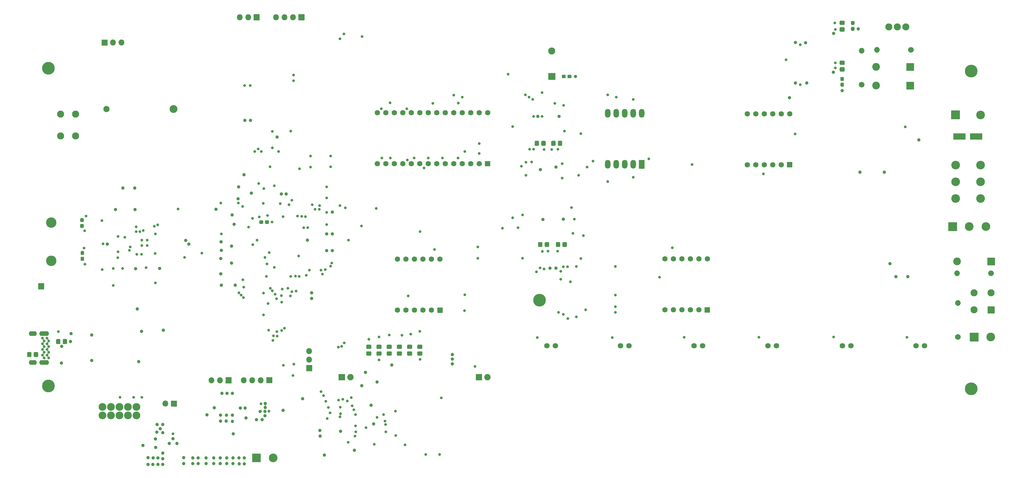
<source format=gbr>
%TF.GenerationSoftware,KiCad,Pcbnew,5.1.10-88a1d61d58~88~ubuntu20.04.1*%
%TF.CreationDate,2021-06-07T10:07:20+07:00*%
%TF.ProjectId,Schema_and_PCB,53636865-6d61-45f6-916e-645f5043422e,v0.1*%
%TF.SameCoordinates,Original*%
%TF.FileFunction,Soldermask,Bot*%
%TF.FilePolarity,Negative*%
%FSLAX46Y46*%
G04 Gerber Fmt 4.6, Leading zero omitted, Abs format (unit mm)*
G04 Created by KiCad (PCBNEW 5.1.10-88a1d61d58~88~ubuntu20.04.1) date 2021-06-07 10:07:20*
%MOMM*%
%LPD*%
G01*
G04 APERTURE LIST*
%ADD10C,0.805000*%
%ADD11O,2.904000X1.404000*%
%ADD12O,2.404000X1.404000*%
%ADD13C,2.354000*%
%ADD14C,1.859000*%
%ADD15C,1.628000*%
%ADD16C,2.124000*%
%ADD17O,2.604000X2.604000*%
%ADD18O,2.304000X2.304000*%
%ADD19O,1.704000X1.704000*%
%ADD20C,1.704000*%
%ADD21C,2.604000*%
%ADD22C,1.904000*%
%ADD23C,1.604000*%
%ADD24O,1.628000X2.628000*%
%ADD25O,1.804000X1.804000*%
%ADD26C,2.304000*%
%ADD27C,2.104000*%
%ADD28C,3.804000*%
%ADD29C,3.104000*%
%ADD30O,2.104000X2.104000*%
%ADD31C,1.004000*%
%ADD32C,0.804000*%
%ADD33C,1.005000*%
%ADD34C,0.100000*%
G04 APERTURE END LIST*
D10*
%TO.C,J1*%
X69787200Y-172768000D03*
X70237200Y-173618000D03*
X69787200Y-174468000D03*
X70237200Y-175318000D03*
X69787200Y-176168000D03*
X70237200Y-177018000D03*
X69787200Y-177868000D03*
X70237200Y-178718000D03*
X68887200Y-178718000D03*
X68437200Y-177868000D03*
X68887200Y-177018000D03*
X68437200Y-176168000D03*
X68887200Y-175318000D03*
X68437200Y-174468000D03*
X68887200Y-173618000D03*
X68437200Y-172768000D03*
D11*
X68907200Y-171418000D03*
X68907200Y-180068000D03*
D12*
X65527200Y-180068000D03*
X65527200Y-171418000D03*
%TD*%
D13*
%TO.C,BT1*%
X107574100Y-104279700D03*
D14*
X87574100Y-104279700D03*
%TD*%
%TO.C,J12*%
G36*
G01*
X67093800Y-158140000D02*
X67093800Y-156440000D01*
G75*
G02*
X67145800Y-156388000I52000J0D01*
G01*
X68845800Y-156388000D01*
G75*
G02*
X68897800Y-156440000I0J-52000D01*
G01*
X68897800Y-158140000D01*
G75*
G02*
X68845800Y-158192000I-52000J0D01*
G01*
X67145800Y-158192000D01*
G75*
G02*
X67093800Y-158140000I0J52000D01*
G01*
G37*
%TD*%
D15*
%TO.C,SW1*%
X332207000Y-175115000D03*
X329667000Y-175095000D03*
%TD*%
%TO.C,SW2*%
X310172000Y-175115000D03*
X307632000Y-175095000D03*
%TD*%
%TO.C,SW3*%
X287947000Y-175115000D03*
X285407000Y-175095000D03*
%TD*%
%TO.C,SW4*%
X265874000Y-175115000D03*
X263334000Y-175095000D03*
%TD*%
%TO.C,SW5*%
X243802000Y-175115000D03*
X241262000Y-175095000D03*
%TD*%
%TO.C,SW6*%
X221793000Y-175115000D03*
X219253000Y-175095000D03*
%TD*%
D16*
%TO.C,J9*%
X321564000Y-79756000D03*
X324104000Y-79756000D03*
X326644000Y-79756000D03*
%TD*%
D17*
%TO.C,RL1*%
X349003000Y-106045000D03*
X349003000Y-121045000D03*
X349003000Y-126045000D03*
X349003000Y-131045000D03*
X341503000Y-131045000D03*
X341503000Y-126045000D03*
X341503000Y-121045000D03*
G36*
G01*
X340201000Y-107295000D02*
X340201000Y-104795000D01*
G75*
G02*
X340253000Y-104743000I52000J0D01*
G01*
X342753000Y-104743000D01*
G75*
G02*
X342805000Y-104795000I0J-52000D01*
G01*
X342805000Y-107295000D01*
G75*
G02*
X342753000Y-107347000I-52000J0D01*
G01*
X340253000Y-107347000D01*
G75*
G02*
X340201000Y-107295000I0J52000D01*
G01*
G37*
%TD*%
D18*
%TO.C,D5*%
X341985600Y-149860000D03*
G36*
G01*
X353297600Y-148760000D02*
X353297600Y-150960000D01*
G75*
G02*
X353245600Y-151012000I-52000J0D01*
G01*
X351045600Y-151012000D01*
G75*
G02*
X350993600Y-150960000I0J52000D01*
G01*
X350993600Y-148760000D01*
G75*
G02*
X351045600Y-148708000I52000J0D01*
G01*
X353245600Y-148708000D01*
G75*
G02*
X353297600Y-148760000I0J-52000D01*
G01*
G37*
%TD*%
%TO.C,D11*%
X317754000Y-97282000D03*
G36*
G01*
X329066000Y-96182000D02*
X329066000Y-98382000D01*
G75*
G02*
X329014000Y-98434000I-52000J0D01*
G01*
X326814000Y-98434000D01*
G75*
G02*
X326762000Y-98382000I0J52000D01*
G01*
X326762000Y-96182000D01*
G75*
G02*
X326814000Y-96130000I52000J0D01*
G01*
X329014000Y-96130000D01*
G75*
G02*
X329066000Y-96182000I0J-52000D01*
G01*
G37*
%TD*%
%TO.C,D12*%
X317754000Y-91694000D03*
G36*
G01*
X329066000Y-90594000D02*
X329066000Y-92794000D01*
G75*
G02*
X329014000Y-92846000I-52000J0D01*
G01*
X326814000Y-92846000D01*
G75*
G02*
X326762000Y-92794000I0J52000D01*
G01*
X326762000Y-90594000D01*
G75*
G02*
X326814000Y-90542000I52000J0D01*
G01*
X329014000Y-90542000D01*
G75*
G02*
X329066000Y-90594000I0J-52000D01*
G01*
G37*
%TD*%
D19*
%TO.C,R23*%
X342239600Y-162306000D03*
D20*
X342239600Y-172466000D03*
%TD*%
D19*
%TO.C,R27*%
X341985600Y-153416000D03*
D20*
X352145600Y-153416000D03*
%TD*%
D19*
%TO.C,R57*%
X313436000Y-86868000D03*
D20*
X313436000Y-97028000D03*
%TD*%
D19*
%TO.C,R61*%
X318008000Y-86614000D03*
D20*
X328168000Y-86614000D03*
%TD*%
D21*
%TO.C,J2*%
X137410000Y-208610000D03*
G36*
G01*
X131108000Y-209860000D02*
X131108000Y-207360000D01*
G75*
G02*
X131160000Y-207308000I52000J0D01*
G01*
X133660000Y-207308000D01*
G75*
G02*
X133712000Y-207360000I0J-52000D01*
G01*
X133712000Y-209860000D01*
G75*
G02*
X133660000Y-209912000I-52000J0D01*
G01*
X131160000Y-209912000D01*
G75*
G02*
X131108000Y-209860000I0J52000D01*
G01*
G37*
%TD*%
%TO.C,J5*%
X352065600Y-172466000D03*
G36*
G01*
X345763600Y-173716000D02*
X345763600Y-171216000D01*
G75*
G02*
X345815600Y-171164000I52000J0D01*
G01*
X348315600Y-171164000D01*
G75*
G02*
X348367600Y-171216000I0J-52000D01*
G01*
X348367600Y-173716000D01*
G75*
G02*
X348315600Y-173768000I-52000J0D01*
G01*
X345815600Y-173768000D01*
G75*
G02*
X345763600Y-173716000I0J52000D01*
G01*
G37*
%TD*%
%TO.C,D8*%
G36*
G01*
X345884000Y-113422000D02*
X345884000Y-111622000D01*
G75*
G02*
X345936000Y-111570000I52000J0D01*
G01*
X349436000Y-111570000D01*
G75*
G02*
X349488000Y-111622000I0J-52000D01*
G01*
X349488000Y-113422000D01*
G75*
G02*
X349436000Y-113474000I-52000J0D01*
G01*
X345936000Y-113474000D01*
G75*
G02*
X345884000Y-113422000I0J52000D01*
G01*
G37*
G36*
G01*
X340884000Y-113422000D02*
X340884000Y-111622000D01*
G75*
G02*
X340936000Y-111570000I52000J0D01*
G01*
X344436000Y-111570000D01*
G75*
G02*
X344488000Y-111622000I0J-52000D01*
G01*
X344488000Y-113422000D01*
G75*
G02*
X344436000Y-113474000I-52000J0D01*
G01*
X340936000Y-113474000D01*
G75*
G02*
X340884000Y-113422000I0J52000D01*
G01*
G37*
%TD*%
D22*
%TO.C,D1*%
X201498000Y-184490000D03*
G36*
G01*
X198006000Y-185390000D02*
X198006000Y-183590000D01*
G75*
G02*
X198058000Y-183538000I52000J0D01*
G01*
X199858000Y-183538000D01*
G75*
G02*
X199910000Y-183590000I0J-52000D01*
G01*
X199910000Y-185390000D01*
G75*
G02*
X199858000Y-185442000I-52000J0D01*
G01*
X198058000Y-185442000D01*
G75*
G02*
X198006000Y-185390000I0J52000D01*
G01*
G37*
%TD*%
%TO.C,D2*%
X160490000Y-184464000D03*
G36*
G01*
X156998000Y-185364000D02*
X156998000Y-183564000D01*
G75*
G02*
X157050000Y-183512000I52000J0D01*
G01*
X158850000Y-183512000D01*
G75*
G02*
X158902000Y-183564000I0J-52000D01*
G01*
X158902000Y-185364000D01*
G75*
G02*
X158850000Y-185416000I-52000J0D01*
G01*
X157050000Y-185416000D01*
G75*
G02*
X156998000Y-185364000I0J52000D01*
G01*
G37*
%TD*%
%TO.C,C61*%
G36*
G01*
X225445100Y-94827700D02*
X225445100Y-94300700D01*
G75*
G02*
X225708600Y-94037200I263500J0D01*
G01*
X226360600Y-94037200D01*
G75*
G02*
X226624100Y-94300700I0J-263500D01*
G01*
X226624100Y-94827700D01*
G75*
G02*
X226360600Y-95091200I-263500J0D01*
G01*
X225708600Y-95091200D01*
G75*
G02*
X225445100Y-94827700I0J263500D01*
G01*
G37*
G36*
G01*
X223720100Y-94827700D02*
X223720100Y-94300700D01*
G75*
G02*
X223983600Y-94037200I263500J0D01*
G01*
X224635600Y-94037200D01*
G75*
G02*
X224899100Y-94300700I0J-263500D01*
G01*
X224899100Y-94827700D01*
G75*
G02*
X224635600Y-95091200I-263500J0D01*
G01*
X223983600Y-95091200D01*
G75*
G02*
X223720100Y-94827700I0J263500D01*
G01*
G37*
%TD*%
%TO.C,C66*%
G36*
G01*
X307857500Y-95892500D02*
X307330500Y-95892500D01*
G75*
G02*
X307067000Y-95629000I0J263500D01*
G01*
X307067000Y-94977000D01*
G75*
G02*
X307330500Y-94713500I263500J0D01*
G01*
X307857500Y-94713500D01*
G75*
G02*
X308121000Y-94977000I0J-263500D01*
G01*
X308121000Y-95629000D01*
G75*
G02*
X307857500Y-95892500I-263500J0D01*
G01*
G37*
G36*
G01*
X307857500Y-97617500D02*
X307330500Y-97617500D01*
G75*
G02*
X307067000Y-97354000I0J263500D01*
G01*
X307067000Y-96702000D01*
G75*
G02*
X307330500Y-96438500I263500J0D01*
G01*
X307857500Y-96438500D01*
G75*
G02*
X308121000Y-96702000I0J-263500D01*
G01*
X308121000Y-97354000D01*
G75*
G02*
X307857500Y-97617500I-263500J0D01*
G01*
G37*
%TD*%
%TO.C,C74*%
G36*
G01*
X310505500Y-79710400D02*
X311032500Y-79710400D01*
G75*
G02*
X311296000Y-79973900I0J-263500D01*
G01*
X311296000Y-80625900D01*
G75*
G02*
X311032500Y-80889400I-263500J0D01*
G01*
X310505500Y-80889400D01*
G75*
G02*
X310242000Y-80625900I0J263500D01*
G01*
X310242000Y-79973900D01*
G75*
G02*
X310505500Y-79710400I263500J0D01*
G01*
G37*
G36*
G01*
X310505500Y-77985400D02*
X311032500Y-77985400D01*
G75*
G02*
X311296000Y-78248900I0J-263500D01*
G01*
X311296000Y-78900900D01*
G75*
G02*
X311032500Y-79164400I-263500J0D01*
G01*
X310505500Y-79164400D01*
G75*
G02*
X310242000Y-78900900I0J263500D01*
G01*
X310242000Y-78248900D01*
G75*
G02*
X310505500Y-77985400I263500J0D01*
G01*
G37*
%TD*%
%TO.C,C90*%
G36*
G01*
X80069080Y-148482000D02*
X80596080Y-148482000D01*
G75*
G02*
X80859580Y-148745500I0J-263500D01*
G01*
X80859580Y-149397500D01*
G75*
G02*
X80596080Y-149661000I-263500J0D01*
G01*
X80069080Y-149661000D01*
G75*
G02*
X79805580Y-149397500I0J263500D01*
G01*
X79805580Y-148745500D01*
G75*
G02*
X80069080Y-148482000I263500J0D01*
G01*
G37*
G36*
G01*
X80069080Y-146757000D02*
X80596080Y-146757000D01*
G75*
G02*
X80859580Y-147020500I0J-263500D01*
G01*
X80859580Y-147672500D01*
G75*
G02*
X80596080Y-147936000I-263500J0D01*
G01*
X80069080Y-147936000D01*
G75*
G02*
X79805580Y-147672500I0J263500D01*
G01*
X79805580Y-147020500D01*
G75*
G02*
X80069080Y-146757000I263500J0D01*
G01*
G37*
%TD*%
%TO.C,C91*%
G36*
G01*
X80476700Y-138092000D02*
X79949700Y-138092000D01*
G75*
G02*
X79686200Y-137828500I0J263500D01*
G01*
X79686200Y-137176500D01*
G75*
G02*
X79949700Y-136913000I263500J0D01*
G01*
X80476700Y-136913000D01*
G75*
G02*
X80740200Y-137176500I0J-263500D01*
G01*
X80740200Y-137828500D01*
G75*
G02*
X80476700Y-138092000I-263500J0D01*
G01*
G37*
G36*
G01*
X80476700Y-139817000D02*
X79949700Y-139817000D01*
G75*
G02*
X79686200Y-139553500I0J263500D01*
G01*
X79686200Y-138901500D01*
G75*
G02*
X79949700Y-138638000I263500J0D01*
G01*
X80476700Y-138638000D01*
G75*
G02*
X80740200Y-138901500I0J-263500D01*
G01*
X80740200Y-139553500D01*
G75*
G02*
X80476700Y-139817000I-263500J0D01*
G01*
G37*
%TD*%
%TO.C,C50*%
G36*
G01*
X134980800Y-138376000D02*
X134980800Y-137849000D01*
G75*
G02*
X135244300Y-137585500I263500J0D01*
G01*
X135896300Y-137585500D01*
G75*
G02*
X136159800Y-137849000I0J-263500D01*
G01*
X136159800Y-138376000D01*
G75*
G02*
X135896300Y-138639500I-263500J0D01*
G01*
X135244300Y-138639500D01*
G75*
G02*
X134980800Y-138376000I0J263500D01*
G01*
G37*
G36*
G01*
X133255800Y-138376000D02*
X133255800Y-137849000D01*
G75*
G02*
X133519300Y-137585500I263500J0D01*
G01*
X134171300Y-137585500D01*
G75*
G02*
X134434800Y-137849000I0J-263500D01*
G01*
X134434800Y-138376000D01*
G75*
G02*
X134171300Y-138639500I-263500J0D01*
G01*
X133519300Y-138639500D01*
G75*
G02*
X133255800Y-138376000I0J263500D01*
G01*
G37*
%TD*%
D23*
%TO.C,U2*%
X187300000Y-149187000D03*
X184760000Y-149187000D03*
X182220000Y-149187000D03*
X179680000Y-149187000D03*
X177140000Y-149187000D03*
X174600000Y-149187000D03*
X174600000Y-164427000D03*
X177140000Y-164427000D03*
X179680000Y-164427000D03*
X182220000Y-164427000D03*
X184760000Y-164427000D03*
G36*
G01*
X188050000Y-165229000D02*
X186550000Y-165229000D01*
G75*
G02*
X186498000Y-165177000I0J52000D01*
G01*
X186498000Y-163677000D01*
G75*
G02*
X186550000Y-163625000I52000J0D01*
G01*
X188050000Y-163625000D01*
G75*
G02*
X188102000Y-163677000I0J-52000D01*
G01*
X188102000Y-165177000D01*
G75*
G02*
X188050000Y-165229000I-52000J0D01*
G01*
G37*
%TD*%
%TO.C,U1*%
X267259000Y-149123000D03*
X264719000Y-149123000D03*
X262179000Y-149123000D03*
X259639000Y-149123000D03*
X257099000Y-149123000D03*
X254559000Y-149123000D03*
X254559000Y-164363000D03*
X257099000Y-164363000D03*
X259639000Y-164363000D03*
X262179000Y-164363000D03*
X264719000Y-164363000D03*
G36*
G01*
X268009000Y-165165000D02*
X266509000Y-165165000D01*
G75*
G02*
X266457000Y-165113000I0J52000D01*
G01*
X266457000Y-163613000D01*
G75*
G02*
X266509000Y-163561000I52000J0D01*
G01*
X268009000Y-163561000D01*
G75*
G02*
X268061000Y-163613000I0J-52000D01*
G01*
X268061000Y-165113000D01*
G75*
G02*
X268009000Y-165165000I-52000J0D01*
G01*
G37*
%TD*%
%TO.C,U7*%
X291879000Y-105702000D03*
X289339000Y-105702000D03*
X286799000Y-105702000D03*
X284259000Y-105702000D03*
X281719000Y-105702000D03*
X279179000Y-105702000D03*
X279179000Y-120942000D03*
X281719000Y-120942000D03*
X284259000Y-120942000D03*
X286799000Y-120942000D03*
X289339000Y-120942000D03*
G36*
G01*
X292629000Y-121744000D02*
X291129000Y-121744000D01*
G75*
G02*
X291077000Y-121692000I0J52000D01*
G01*
X291077000Y-120192000D01*
G75*
G02*
X291129000Y-120140000I52000J0D01*
G01*
X292629000Y-120140000D01*
G75*
G02*
X292681000Y-120192000I0J-52000D01*
G01*
X292681000Y-121692000D01*
G75*
G02*
X292629000Y-121744000I-52000J0D01*
G01*
G37*
%TD*%
%TO.C,U5*%
G36*
G01*
X248451000Y-119578000D02*
X248451000Y-122102000D01*
G75*
G02*
X248399000Y-122154000I-52000J0D01*
G01*
X246875000Y-122154000D01*
G75*
G02*
X246823000Y-122102000I0J52000D01*
G01*
X246823000Y-119578000D01*
G75*
G02*
X246875000Y-119526000I52000J0D01*
G01*
X248399000Y-119526000D01*
G75*
G02*
X248451000Y-119578000I0J-52000D01*
G01*
G37*
D24*
X245097000Y-120840000D03*
X242557000Y-120840000D03*
X240017000Y-120840000D03*
X237477000Y-120840000D03*
X237477000Y-105600000D03*
X240017000Y-105600000D03*
X242557000Y-105600000D03*
X245097000Y-105600000D03*
X247637000Y-105600000D03*
%TD*%
D23*
%TO.C,U4*%
X168548000Y-105397000D03*
X168548000Y-120637000D03*
X171088000Y-105397000D03*
X171088000Y-120637000D03*
X173628000Y-120637000D03*
X173628000Y-105397000D03*
X176168000Y-120637000D03*
X176168000Y-105397000D03*
X178708000Y-105397000D03*
X178708000Y-120637000D03*
X201568000Y-105397000D03*
X199028000Y-105397000D03*
X196488000Y-105397000D03*
X193948000Y-105397000D03*
X191408000Y-105397000D03*
X188868000Y-105397000D03*
X186328000Y-105397000D03*
X183788000Y-105397000D03*
X181248000Y-105397000D03*
X181248000Y-120637000D03*
X183788000Y-120637000D03*
X186328000Y-120637000D03*
X188868000Y-120637000D03*
X191408000Y-120637000D03*
X193948000Y-120637000D03*
X196488000Y-120637000D03*
X199028000Y-120637000D03*
G36*
G01*
X202318000Y-121439000D02*
X200818000Y-121439000D01*
G75*
G02*
X200766000Y-121387000I0J52000D01*
G01*
X200766000Y-119887000D01*
G75*
G02*
X200818000Y-119835000I52000J0D01*
G01*
X202318000Y-119835000D01*
G75*
G02*
X202370000Y-119887000I0J-52000D01*
G01*
X202370000Y-121387000D01*
G75*
G02*
X202318000Y-121439000I-52000J0D01*
G01*
G37*
%TD*%
%TO.C,R56*%
G36*
G01*
X307113665Y-91804000D02*
X308074335Y-91804000D01*
G75*
G02*
X308346000Y-92075665I0J-271665D01*
G01*
X308346000Y-92836335D01*
G75*
G02*
X308074335Y-93108000I-271665J0D01*
G01*
X307113665Y-93108000D01*
G75*
G02*
X306842000Y-92836335I0J271665D01*
G01*
X306842000Y-92075665D01*
G75*
G02*
X307113665Y-91804000I271665J0D01*
G01*
G37*
G36*
G01*
X307113665Y-89804000D02*
X308074335Y-89804000D01*
G75*
G02*
X308346000Y-90075665I0J-271665D01*
G01*
X308346000Y-90836335D01*
G75*
G02*
X308074335Y-91108000I-271665J0D01*
G01*
X307113665Y-91108000D01*
G75*
G02*
X306842000Y-90836335I0J271665D01*
G01*
X306842000Y-90075665D01*
G75*
G02*
X307113665Y-89804000I271665J0D01*
G01*
G37*
%TD*%
%TO.C,R3*%
G36*
G01*
X223248200Y-144325065D02*
X223248200Y-145285735D01*
G75*
G02*
X222976535Y-145557400I-271665J0D01*
G01*
X222215865Y-145557400D01*
G75*
G02*
X221944200Y-145285735I0J271665D01*
G01*
X221944200Y-144325065D01*
G75*
G02*
X222215865Y-144053400I271665J0D01*
G01*
X222976535Y-144053400D01*
G75*
G02*
X223248200Y-144325065I0J-271665D01*
G01*
G37*
G36*
G01*
X225248200Y-144325065D02*
X225248200Y-145285735D01*
G75*
G02*
X224976535Y-145557400I-271665J0D01*
G01*
X224215865Y-145557400D01*
G75*
G02*
X223944200Y-145285735I0J271665D01*
G01*
X223944200Y-144325065D01*
G75*
G02*
X224215865Y-144053400I271665J0D01*
G01*
X224976535Y-144053400D01*
G75*
G02*
X225248200Y-144325065I0J-271665D01*
G01*
G37*
%TD*%
%TO.C,R6*%
G36*
G01*
X217936600Y-144337865D02*
X217936600Y-145298535D01*
G75*
G02*
X217664935Y-145570200I-271665J0D01*
G01*
X216904265Y-145570200D01*
G75*
G02*
X216632600Y-145298535I0J271665D01*
G01*
X216632600Y-144337865D01*
G75*
G02*
X216904265Y-144066200I271665J0D01*
G01*
X217664935Y-144066200D01*
G75*
G02*
X217936600Y-144337865I0J-271665D01*
G01*
G37*
G36*
G01*
X219936600Y-144337865D02*
X219936600Y-145298535D01*
G75*
G02*
X219664935Y-145570200I-271665J0D01*
G01*
X218904265Y-145570200D01*
G75*
G02*
X218632600Y-145298535I0J271665D01*
G01*
X218632600Y-144337865D01*
G75*
G02*
X218904265Y-144066200I271665J0D01*
G01*
X219664935Y-144066200D01*
G75*
G02*
X219936600Y-144337865I0J-271665D01*
G01*
G37*
%TD*%
%TO.C,R7*%
G36*
G01*
X221860600Y-114073665D02*
X221860600Y-115034335D01*
G75*
G02*
X221588935Y-115306000I-271665J0D01*
G01*
X220828265Y-115306000D01*
G75*
G02*
X220556600Y-115034335I0J271665D01*
G01*
X220556600Y-114073665D01*
G75*
G02*
X220828265Y-113802000I271665J0D01*
G01*
X221588935Y-113802000D01*
G75*
G02*
X221860600Y-114073665I0J-271665D01*
G01*
G37*
G36*
G01*
X223860600Y-114073665D02*
X223860600Y-115034335D01*
G75*
G02*
X223588935Y-115306000I-271665J0D01*
G01*
X222828265Y-115306000D01*
G75*
G02*
X222556600Y-115034335I0J271665D01*
G01*
X222556600Y-114073665D01*
G75*
G02*
X222828265Y-113802000I271665J0D01*
G01*
X223588935Y-113802000D01*
G75*
G02*
X223860600Y-114073665I0J-271665D01*
G01*
G37*
%TD*%
%TO.C,R8*%
G36*
G01*
X216920400Y-114073665D02*
X216920400Y-115034335D01*
G75*
G02*
X216648735Y-115306000I-271665J0D01*
G01*
X215888065Y-115306000D01*
G75*
G02*
X215616400Y-115034335I0J271665D01*
G01*
X215616400Y-114073665D01*
G75*
G02*
X215888065Y-113802000I271665J0D01*
G01*
X216648735Y-113802000D01*
G75*
G02*
X216920400Y-114073665I0J-271665D01*
G01*
G37*
G36*
G01*
X218920400Y-114073665D02*
X218920400Y-115034335D01*
G75*
G02*
X218648735Y-115306000I-271665J0D01*
G01*
X217888065Y-115306000D01*
G75*
G02*
X217616400Y-115034335I0J271665D01*
G01*
X217616400Y-114073665D01*
G75*
G02*
X217888065Y-113802000I271665J0D01*
G01*
X218648735Y-113802000D01*
G75*
G02*
X218920400Y-114073665I0J-271665D01*
G01*
G37*
%TD*%
%TO.C,R14*%
G36*
G01*
X74465200Y-174305335D02*
X74465200Y-173344665D01*
G75*
G02*
X74736865Y-173073000I271665J0D01*
G01*
X75497535Y-173073000D01*
G75*
G02*
X75769200Y-173344665I0J-271665D01*
G01*
X75769200Y-174305335D01*
G75*
G02*
X75497535Y-174577000I-271665J0D01*
G01*
X74736865Y-174577000D01*
G75*
G02*
X74465200Y-174305335I0J271665D01*
G01*
G37*
G36*
G01*
X72465200Y-174305335D02*
X72465200Y-173344665D01*
G75*
G02*
X72736865Y-173073000I271665J0D01*
G01*
X73497535Y-173073000D01*
G75*
G02*
X73769200Y-173344665I0J-271665D01*
G01*
X73769200Y-174305335D01*
G75*
G02*
X73497535Y-174577000I-271665J0D01*
G01*
X72736865Y-174577000D01*
G75*
G02*
X72465200Y-174305335I0J271665D01*
G01*
G37*
%TD*%
%TO.C,R15*%
G36*
G01*
X65091800Y-177217665D02*
X65091800Y-178178335D01*
G75*
G02*
X64820135Y-178450000I-271665J0D01*
G01*
X64059465Y-178450000D01*
G75*
G02*
X63787800Y-178178335I0J271665D01*
G01*
X63787800Y-177217665D01*
G75*
G02*
X64059465Y-176946000I271665J0D01*
G01*
X64820135Y-176946000D01*
G75*
G02*
X65091800Y-177217665I0J-271665D01*
G01*
G37*
G36*
G01*
X67091800Y-177217665D02*
X67091800Y-178178335D01*
G75*
G02*
X66820135Y-178450000I-271665J0D01*
G01*
X66059465Y-178450000D01*
G75*
G02*
X65787800Y-178178335I0J271665D01*
G01*
X65787800Y-177217665D01*
G75*
G02*
X66059465Y-176946000I271665J0D01*
G01*
X66820135Y-176946000D01*
G75*
G02*
X67091800Y-177217665I0J-271665D01*
G01*
G37*
%TD*%
%TO.C,R60*%
G36*
G01*
X307113665Y-79866000D02*
X308074335Y-79866000D01*
G75*
G02*
X308346000Y-80137665I0J-271665D01*
G01*
X308346000Y-80898335D01*
G75*
G02*
X308074335Y-81170000I-271665J0D01*
G01*
X307113665Y-81170000D01*
G75*
G02*
X306842000Y-80898335I0J271665D01*
G01*
X306842000Y-80137665D01*
G75*
G02*
X307113665Y-79866000I271665J0D01*
G01*
G37*
G36*
G01*
X307113665Y-77866000D02*
X308074335Y-77866000D01*
G75*
G02*
X308346000Y-78137665I0J-271665D01*
G01*
X308346000Y-78898335D01*
G75*
G02*
X308074335Y-79170000I-271665J0D01*
G01*
X307113665Y-79170000D01*
G75*
G02*
X306842000Y-78898335I0J271665D01*
G01*
X306842000Y-78137665D01*
G75*
G02*
X307113665Y-77866000I271665J0D01*
G01*
G37*
%TD*%
%TO.C,R74*%
G36*
G01*
X166482035Y-176045600D02*
X165521365Y-176045600D01*
G75*
G02*
X165249700Y-175773935I0J271665D01*
G01*
X165249700Y-175013265D01*
G75*
G02*
X165521365Y-174741600I271665J0D01*
G01*
X166482035Y-174741600D01*
G75*
G02*
X166753700Y-175013265I0J-271665D01*
G01*
X166753700Y-175773935D01*
G75*
G02*
X166482035Y-176045600I-271665J0D01*
G01*
G37*
G36*
G01*
X166482035Y-178045600D02*
X165521365Y-178045600D01*
G75*
G02*
X165249700Y-177773935I0J271665D01*
G01*
X165249700Y-177013265D01*
G75*
G02*
X165521365Y-176741600I271665J0D01*
G01*
X166482035Y-176741600D01*
G75*
G02*
X166753700Y-177013265I0J-271665D01*
G01*
X166753700Y-177773935D01*
G75*
G02*
X166482035Y-178045600I-271665J0D01*
G01*
G37*
%TD*%
%TO.C,R75*%
G36*
G01*
X169537655Y-176045600D02*
X168576985Y-176045600D01*
G75*
G02*
X168305320Y-175773935I0J271665D01*
G01*
X168305320Y-175013265D01*
G75*
G02*
X168576985Y-174741600I271665J0D01*
G01*
X169537655Y-174741600D01*
G75*
G02*
X169809320Y-175013265I0J-271665D01*
G01*
X169809320Y-175773935D01*
G75*
G02*
X169537655Y-176045600I-271665J0D01*
G01*
G37*
G36*
G01*
X169537655Y-178045600D02*
X168576985Y-178045600D01*
G75*
G02*
X168305320Y-177773935I0J271665D01*
G01*
X168305320Y-177013265D01*
G75*
G02*
X168576985Y-176741600I271665J0D01*
G01*
X169537655Y-176741600D01*
G75*
G02*
X169809320Y-177013265I0J-271665D01*
G01*
X169809320Y-177773935D01*
G75*
G02*
X169537655Y-178045600I-271665J0D01*
G01*
G37*
%TD*%
%TO.C,R76*%
G36*
G01*
X181760135Y-176045600D02*
X180799465Y-176045600D01*
G75*
G02*
X180527800Y-175773935I0J271665D01*
G01*
X180527800Y-175013265D01*
G75*
G02*
X180799465Y-174741600I271665J0D01*
G01*
X181760135Y-174741600D01*
G75*
G02*
X182031800Y-175013265I0J-271665D01*
G01*
X182031800Y-175773935D01*
G75*
G02*
X181760135Y-176045600I-271665J0D01*
G01*
G37*
G36*
G01*
X181760135Y-178045600D02*
X180799465Y-178045600D01*
G75*
G02*
X180527800Y-177773935I0J271665D01*
G01*
X180527800Y-177013265D01*
G75*
G02*
X180799465Y-176741600I271665J0D01*
G01*
X181760135Y-176741600D01*
G75*
G02*
X182031800Y-177013265I0J-271665D01*
G01*
X182031800Y-177773935D01*
G75*
G02*
X181760135Y-178045600I-271665J0D01*
G01*
G37*
%TD*%
%TO.C,R77*%
G36*
G01*
X178704515Y-176045600D02*
X177743845Y-176045600D01*
G75*
G02*
X177472180Y-175773935I0J271665D01*
G01*
X177472180Y-175013265D01*
G75*
G02*
X177743845Y-174741600I271665J0D01*
G01*
X178704515Y-174741600D01*
G75*
G02*
X178976180Y-175013265I0J-271665D01*
G01*
X178976180Y-175773935D01*
G75*
G02*
X178704515Y-176045600I-271665J0D01*
G01*
G37*
G36*
G01*
X178704515Y-178045600D02*
X177743845Y-178045600D01*
G75*
G02*
X177472180Y-177773935I0J271665D01*
G01*
X177472180Y-177013265D01*
G75*
G02*
X177743845Y-176741600I271665J0D01*
G01*
X178704515Y-176741600D01*
G75*
G02*
X178976180Y-177013265I0J-271665D01*
G01*
X178976180Y-177773935D01*
G75*
G02*
X178704515Y-178045600I-271665J0D01*
G01*
G37*
%TD*%
%TO.C,R78*%
G36*
G01*
X175648895Y-176045600D02*
X174688225Y-176045600D01*
G75*
G02*
X174416560Y-175773935I0J271665D01*
G01*
X174416560Y-175013265D01*
G75*
G02*
X174688225Y-174741600I271665J0D01*
G01*
X175648895Y-174741600D01*
G75*
G02*
X175920560Y-175013265I0J-271665D01*
G01*
X175920560Y-175773935D01*
G75*
G02*
X175648895Y-176045600I-271665J0D01*
G01*
G37*
G36*
G01*
X175648895Y-178045600D02*
X174688225Y-178045600D01*
G75*
G02*
X174416560Y-177773935I0J271665D01*
G01*
X174416560Y-177013265D01*
G75*
G02*
X174688225Y-176741600I271665J0D01*
G01*
X175648895Y-176741600D01*
G75*
G02*
X175920560Y-177013265I0J-271665D01*
G01*
X175920560Y-177773935D01*
G75*
G02*
X175648895Y-178045600I-271665J0D01*
G01*
G37*
%TD*%
%TO.C,R79*%
G36*
G01*
X172593275Y-176045600D02*
X171632605Y-176045600D01*
G75*
G02*
X171360940Y-175773935I0J271665D01*
G01*
X171360940Y-175013265D01*
G75*
G02*
X171632605Y-174741600I271665J0D01*
G01*
X172593275Y-174741600D01*
G75*
G02*
X172864940Y-175013265I0J-271665D01*
G01*
X172864940Y-175773935D01*
G75*
G02*
X172593275Y-176045600I-271665J0D01*
G01*
G37*
G36*
G01*
X172593275Y-178045600D02*
X171632605Y-178045600D01*
G75*
G02*
X171360940Y-177773935I0J271665D01*
G01*
X171360940Y-177013265D01*
G75*
G02*
X171632605Y-176741600I271665J0D01*
G01*
X172593275Y-176741600D01*
G75*
G02*
X172864940Y-177013265I0J-271665D01*
G01*
X172864940Y-177773935D01*
G75*
G02*
X172593275Y-178045600I-271665J0D01*
G01*
G37*
%TD*%
D25*
%TO.C,JP2*%
X105181400Y-192379600D03*
G36*
G01*
X106871400Y-191477600D02*
X108571400Y-191477600D01*
G75*
G02*
X108623400Y-191529600I0J-52000D01*
G01*
X108623400Y-193229600D01*
G75*
G02*
X108571400Y-193281600I-52000J0D01*
G01*
X106871400Y-193281600D01*
G75*
G02*
X106819400Y-193229600I0J52000D01*
G01*
X106819400Y-191529600D01*
G75*
G02*
X106871400Y-191477600I52000J0D01*
G01*
G37*
%TD*%
D26*
%TO.C,J3*%
X86334600Y-193370200D03*
X86334600Y-195910200D03*
X88874600Y-193370200D03*
X88874600Y-195910200D03*
X91414600Y-193370200D03*
X91414600Y-195910200D03*
X93954600Y-193370200D03*
X93954600Y-195910200D03*
X96494600Y-193370200D03*
X96494600Y-195910200D03*
%TD*%
D27*
%TO.C,SW7*%
X78295500Y-112341800D03*
X73795500Y-112341800D03*
X78295500Y-105841800D03*
X73795500Y-105841800D03*
%TD*%
D28*
%TO.C,REF\u002A\u002A*%
X70157340Y-187096400D03*
%TD*%
%TO.C,REF\u002A\u002A*%
X70157340Y-92100400D03*
%TD*%
%TO.C,REF\u002A\u002A*%
X346227400Y-92925900D03*
%TD*%
%TO.C,REF\u002A\u002A*%
X346227400Y-187934600D03*
%TD*%
%TO.C,REF\u002A\u002A*%
X217106500Y-161455100D03*
%TD*%
D29*
%TO.C,J11*%
X71005400Y-149644000D03*
X71005400Y-138214000D03*
%TD*%
D25*
%TO.C,JP3*%
X92049600Y-84442300D03*
X89509600Y-84442300D03*
G36*
G01*
X87819600Y-85344300D02*
X86119600Y-85344300D01*
G75*
G02*
X86067600Y-85292300I0J52000D01*
G01*
X86067600Y-83592300D01*
G75*
G02*
X86119600Y-83540300I52000J0D01*
G01*
X87819600Y-83540300D01*
G75*
G02*
X87871600Y-83592300I0J-52000D01*
G01*
X87871600Y-85292300D01*
G75*
G02*
X87819600Y-85344300I-52000J0D01*
G01*
G37*
%TD*%
%TO.C,J16*%
X128625600Y-185394600D03*
X131165600Y-185394600D03*
X133705600Y-185394600D03*
G36*
G01*
X135395600Y-184492600D02*
X137095600Y-184492600D01*
G75*
G02*
X137147600Y-184544600I0J-52000D01*
G01*
X137147600Y-186244600D01*
G75*
G02*
X137095600Y-186296600I-52000J0D01*
G01*
X135395600Y-186296600D01*
G75*
G02*
X135343600Y-186244600I0J52000D01*
G01*
X135343600Y-184544600D01*
G75*
G02*
X135395600Y-184492600I52000J0D01*
G01*
G37*
%TD*%
%TO.C,J17*%
X138252200Y-76860400D03*
X140792200Y-76860400D03*
X143332200Y-76860400D03*
G36*
G01*
X145022200Y-75958400D02*
X146722200Y-75958400D01*
G75*
G02*
X146774200Y-76010400I0J-52000D01*
G01*
X146774200Y-77710400D01*
G75*
G02*
X146722200Y-77762400I-52000J0D01*
G01*
X145022200Y-77762400D01*
G75*
G02*
X144970200Y-77710400I0J52000D01*
G01*
X144970200Y-76010400D01*
G75*
G02*
X145022200Y-75958400I52000J0D01*
G01*
G37*
%TD*%
%TO.C,J13*%
X127381000Y-76873100D03*
X129921000Y-76873100D03*
G36*
G01*
X131611000Y-75971100D02*
X133311000Y-75971100D01*
G75*
G02*
X133363000Y-76023100I0J-52000D01*
G01*
X133363000Y-77723100D01*
G75*
G02*
X133311000Y-77775100I-52000J0D01*
G01*
X131611000Y-77775100D01*
G75*
G02*
X131559000Y-77723100I0J52000D01*
G01*
X131559000Y-76023100D01*
G75*
G02*
X131611000Y-75971100I52000J0D01*
G01*
G37*
%TD*%
%TO.C,J14*%
X148196300Y-176695100D03*
X148196300Y-179235100D03*
G36*
G01*
X149098300Y-180925100D02*
X149098300Y-182625100D01*
G75*
G02*
X149046300Y-182677100I-52000J0D01*
G01*
X147346300Y-182677100D01*
G75*
G02*
X147294300Y-182625100I0J52000D01*
G01*
X147294300Y-180925100D01*
G75*
G02*
X147346300Y-180873100I52000J0D01*
G01*
X149046300Y-180873100D01*
G75*
G02*
X149098300Y-180925100I0J-52000D01*
G01*
G37*
%TD*%
%TO.C,J15*%
X118986300Y-185407300D03*
X121526300Y-185407300D03*
G36*
G01*
X123216300Y-184505300D02*
X124916300Y-184505300D01*
G75*
G02*
X124968300Y-184557300I0J-52000D01*
G01*
X124968300Y-186257300D01*
G75*
G02*
X124916300Y-186309300I-52000J0D01*
G01*
X123216300Y-186309300D01*
G75*
G02*
X123164300Y-186257300I0J52000D01*
G01*
X123164300Y-184557300D01*
G75*
G02*
X123216300Y-184505300I52000J0D01*
G01*
G37*
%TD*%
%TO.C,D4*%
G36*
G01*
X353197600Y-163338000D02*
X353197600Y-165338000D01*
G75*
G02*
X353145600Y-165390000I-52000J0D01*
G01*
X351145600Y-165390000D01*
G75*
G02*
X351093600Y-165338000I0J52000D01*
G01*
X351093600Y-163338000D01*
G75*
G02*
X351145600Y-163286000I52000J0D01*
G01*
X353145600Y-163286000D01*
G75*
G02*
X353197600Y-163338000I0J-52000D01*
G01*
G37*
D30*
X347065600Y-159258000D03*
X352145600Y-159258000D03*
X347065600Y-164338000D03*
%TD*%
D27*
%TO.C,LS1*%
X220726000Y-86964200D03*
G36*
G01*
X221726000Y-95616200D02*
X219726000Y-95616200D01*
G75*
G02*
X219674000Y-95564200I0J52000D01*
G01*
X219674000Y-93564200D01*
G75*
G02*
X219726000Y-93512200I52000J0D01*
G01*
X221726000Y-93512200D01*
G75*
G02*
X221778000Y-93564200I0J-52000D01*
G01*
X221778000Y-95564200D01*
G75*
G02*
X221726000Y-95616200I-52000J0D01*
G01*
G37*
%TD*%
%TO.C,J7*%
G36*
G01*
X339312000Y-140696000D02*
X339312000Y-138196000D01*
G75*
G02*
X339364000Y-138144000I52000J0D01*
G01*
X341864000Y-138144000D01*
G75*
G02*
X341916000Y-138196000I0J-52000D01*
G01*
X341916000Y-140696000D01*
G75*
G02*
X341864000Y-140748000I-52000J0D01*
G01*
X339364000Y-140748000D01*
G75*
G02*
X339312000Y-140696000I0J52000D01*
G01*
G37*
D21*
X345614000Y-139446000D03*
X350614000Y-139446000D03*
%TD*%
D31*
X127574040Y-193697860D03*
D32*
X98107500Y-143471900D03*
X99707500Y-143471900D03*
X98107500Y-145071900D03*
X99707500Y-145071900D03*
D33*
X90220800Y-134378700D03*
D10*
X102158800Y-156248100D03*
D33*
X103428800Y-152006300D03*
X111252000Y-143548100D03*
D31*
X97205800Y-179781200D03*
X98069400Y-170789600D03*
X96774000Y-164033200D03*
D33*
X96012000Y-127939800D03*
X96088200Y-134366000D03*
X96240600Y-152044400D03*
D32*
X147320000Y-154000200D03*
X133832600Y-116967000D03*
X138988800Y-116967000D03*
D31*
X155117800Y-146608800D03*
X148910000Y-160957300D03*
X121920000Y-156921200D03*
X121767600Y-153593800D03*
D33*
X121767600Y-148996400D03*
X121843800Y-143967200D03*
D32*
X121894600Y-141605000D03*
D33*
X121894600Y-146532600D03*
D32*
X187198000Y-207594200D03*
X183057800Y-207594200D03*
X176834800Y-204673200D03*
X174040800Y-201904600D03*
D31*
X168503600Y-185877200D03*
X165023800Y-183032400D03*
X166700200Y-192887600D03*
X157556200Y-200634600D03*
D32*
X173964600Y-194665600D03*
X162077400Y-199059800D03*
D31*
X167436800Y-198475600D03*
X172897800Y-180797200D03*
X151434800Y-202057000D03*
X133477000Y-194691000D03*
X129286000Y-196672200D03*
X125501400Y-201422000D03*
X98473260Y-204866240D03*
X140335000Y-194411600D03*
D33*
X126873000Y-131165600D03*
D31*
X127076200Y-127558800D03*
D32*
X134645400Y-128092200D03*
X137185400Y-115925600D03*
X130581400Y-97256600D03*
D31*
X130657300Y-107696300D03*
D32*
X153365200Y-127609600D03*
X153365200Y-130860800D03*
X216357200Y-172618400D03*
X238810800Y-172618400D03*
X260350000Y-172516800D03*
X305054000Y-172466000D03*
X326999600Y-172516800D03*
X282651200Y-172567600D03*
D31*
X330504800Y-113487200D03*
D33*
X296621200Y-84480400D03*
X297027600Y-96469200D03*
D31*
X320192400Y-123190000D03*
X323646800Y-154381200D03*
X327202800Y-154381200D03*
X224180400Y-137261600D03*
D32*
X187655200Y-190677800D03*
D31*
X227863400Y-94564200D03*
D32*
X207645000Y-93903800D03*
D31*
X222885000Y-106527600D03*
X216535000Y-106527600D03*
X217297000Y-122453400D03*
D32*
X154609800Y-121589800D03*
X154609800Y-118364000D03*
X137096500Y-138099800D03*
X140347700Y-136512300D03*
D31*
X155117800Y-141630400D03*
X147688300Y-143484600D03*
X130898900Y-129425700D03*
D33*
X120281700Y-134239000D03*
D32*
X159943800Y-143484600D03*
X86296500Y-152323800D03*
X167652700Y-204508100D03*
X194716400Y-159804100D03*
X168211500Y-133997700D03*
X181356000Y-140944600D03*
X194665600Y-164541200D03*
X169753280Y-104195880D03*
X221665800Y-102641400D03*
X169875200Y-118922800D03*
X172466000Y-118922800D03*
X177558700Y-119519700D03*
X179578000Y-118960900D03*
X182537100Y-121869200D03*
X183794400Y-118960900D03*
X187998100Y-118960900D03*
X192697100Y-118986300D03*
X262712200Y-120916700D03*
X233057700Y-119900700D03*
X136436100Y-121551700D03*
X137109200Y-111023400D03*
X239788700Y-159943800D03*
X239763300Y-151396700D03*
X198653400Y-148945600D03*
X198628000Y-145529300D03*
X206019400Y-139928600D03*
X185661300Y-146304000D03*
X256743200Y-145796000D03*
D31*
X128778200Y-208610000D03*
X123507700Y-208610000D03*
X121564600Y-208610000D03*
X119583400Y-208610000D03*
X113385600Y-208600040D03*
X114947900Y-208610000D03*
X117322800Y-208610000D03*
X110647480Y-210291680D03*
X110668000Y-208559200D03*
D32*
X137706100Y-151638000D03*
X145288000Y-122199400D03*
X95631000Y-190474600D03*
X98107500Y-190474600D03*
X91567000Y-190474600D03*
X131191000Y-137020300D03*
X145008600Y-148272500D03*
X96443800Y-139534900D03*
X102057200Y-147459700D03*
X102171500Y-141655800D03*
X159880300Y-203962000D03*
X197802500Y-181229000D03*
D31*
X125387300Y-208610000D03*
X127190700Y-208610000D03*
X129024380Y-193697860D03*
X146176800Y-190932000D03*
D32*
X157378400Y-196342000D03*
D33*
X125145800Y-135966200D03*
D32*
X81125060Y-150655020D03*
X81419700Y-136298940D03*
X156903420Y-175541940D03*
X161836100Y-202049380D03*
X177822860Y-160149540D03*
X135356600Y-154335480D03*
X135839200Y-162433000D03*
X133045200Y-126593600D03*
D31*
X141274800Y-129692400D03*
D32*
X143535400Y-95834200D03*
D31*
X155067000Y-135153400D03*
D32*
X172389800Y-102463600D03*
X185166000Y-102616000D03*
X192760600Y-102514400D03*
X231292400Y-121615200D03*
X284073600Y-123698000D03*
D33*
X293649400Y-84429600D03*
D31*
X218109800Y-137287000D03*
X220218000Y-151866600D03*
D32*
X239801400Y-163398200D03*
X239776000Y-165074600D03*
X89598500Y-157010100D03*
D31*
X87795100Y-144703800D03*
D32*
X99364800Y-151752300D03*
X217944700Y-146913600D03*
X137744200Y-127266700D03*
D33*
X293624000Y-96469200D03*
D10*
X177388520Y-104188260D03*
X139938760Y-162039300D03*
D33*
X113388140Y-210284060D03*
X114945160Y-210284060D03*
X117307360Y-210312000D03*
X119613680Y-210294220D03*
X121577100Y-210301840D03*
X123497340Y-210337400D03*
X125389640Y-210337400D03*
X127213360Y-210365340D03*
X128790700Y-210400900D03*
X117586760Y-195755260D03*
X119827040Y-193634360D03*
D10*
X140482320Y-180908960D03*
X143309340Y-184000140D03*
X143570960Y-180581300D03*
X134523480Y-165887400D03*
D31*
X221945200Y-151866600D03*
X190958601Y-180465599D03*
X221970600Y-121691400D03*
D32*
X220751400Y-116408200D03*
X222453200Y-146761200D03*
D31*
X190957200Y-177723800D03*
X190957873Y-179043927D03*
X104521000Y-170459400D03*
D33*
X92405200Y-127914400D03*
D31*
X106349600Y-204267000D03*
X108584800Y-204267000D03*
D33*
X107462320Y-202813920D03*
D31*
X102235000Y-205486000D03*
X102209600Y-202920600D03*
D10*
X107462320Y-201378820D03*
D33*
X104368600Y-198600060D03*
X103583740Y-199867520D03*
X104376220Y-201074020D03*
X102712520Y-198600060D03*
X102608380Y-200941940D03*
X100002340Y-208554320D03*
X101480620Y-208574640D03*
X104366060Y-207126840D03*
X104355900Y-208848960D03*
X104366060Y-210571080D03*
X102913180Y-210571080D03*
X101460300Y-210571080D03*
X100007420Y-210571080D03*
X102918260Y-208584800D03*
X112179100Y-144665700D03*
D32*
X110921800Y-148691600D03*
D10*
X108991400Y-134213600D03*
D31*
X153365200Y-146608800D03*
X148907500Y-159207200D03*
X126060200Y-156921200D03*
X124968000Y-150317200D03*
X161696400Y-206298800D03*
X151409400Y-200355200D03*
D10*
X133779260Y-192455800D03*
D31*
X134992600Y-193505600D03*
D10*
X136110200Y-194623200D03*
D31*
X134983220Y-194708780D03*
X128701800Y-123926600D03*
X138582400Y-112699800D03*
D32*
X128854200Y-97231200D03*
D31*
X128930400Y-107670600D03*
D32*
X151257000Y-133197600D03*
X169062400Y-179298600D03*
X181317900Y-179171600D03*
D31*
X153390600Y-141605000D03*
X135006080Y-192369440D03*
D32*
X157581600Y-195389500D03*
D33*
X125755400Y-138722100D03*
D32*
X148564600Y-118338600D03*
X148564600Y-121666000D03*
X134475759Y-132474239D03*
X142547340Y-160213040D03*
D31*
X139852400Y-129667000D03*
D32*
X143535400Y-94107000D03*
X153390600Y-135178800D03*
D33*
X124975620Y-145270220D03*
D10*
X134510780Y-159311340D03*
D33*
X152745440Y-207738980D03*
X122049540Y-189313820D03*
X123591320Y-189313820D03*
X125222000Y-189313820D03*
X121671080Y-195803520D03*
X123418600Y-195803520D03*
X125222000Y-195826380D03*
X125234700Y-197647560D03*
X123380500Y-197634860D03*
X121671080Y-197634860D03*
X134983220Y-195953380D03*
X132425440Y-197190360D03*
X134084060Y-197190360D03*
D32*
X165989000Y-173113700D03*
X137312400Y-173507400D03*
X136575800Y-157904180D03*
X169059860Y-172473300D03*
X137144760Y-158689040D03*
D10*
X137464800Y-172130720D03*
D32*
X181282340Y-170793380D03*
X140807440Y-169834560D03*
X140103860Y-158150560D03*
X178513740Y-171568390D03*
X139915900Y-170548540D03*
X139878599Y-160103820D03*
X175953059Y-171928121D03*
X138444760Y-161010600D03*
D10*
X138526520Y-170845480D03*
D32*
X172118020Y-171823300D03*
X138559540Y-172161200D03*
D10*
X137990580Y-159687260D03*
D32*
X90967560Y-142384780D03*
D10*
X94376240Y-146573240D03*
D32*
X86512400Y-144564100D03*
X90957400Y-148767800D03*
D10*
X91033600Y-146992340D03*
D32*
X93064900Y-142623540D03*
D10*
X94678500Y-145539460D03*
D32*
X162077400Y-195630800D03*
D10*
X170446700Y-195689220D03*
D32*
X170855640Y-197563740D03*
D10*
X165209220Y-199524620D03*
D32*
X171043600Y-198602600D03*
D10*
X168483280Y-196466460D03*
D32*
X162102800Y-200837800D03*
X171069000Y-200837800D03*
X86207600Y-137629900D03*
X98032600Y-147739600D03*
X142176500Y-132892800D03*
X142951200Y-131546600D03*
X144129760Y-154277060D03*
X145158460Y-154325320D03*
X134929880Y-148656040D03*
X135528598Y-150596600D03*
X136061399Y-170412359D03*
X136184640Y-147190460D03*
D10*
X144668240Y-136321800D03*
X145989040Y-136367520D03*
D32*
X147015200Y-136431020D03*
X149098000Y-132943600D03*
X157353000Y-133197600D03*
X157353000Y-83302400D03*
X151231600Y-134289800D03*
X158635700Y-174241460D03*
X149936200Y-134277100D03*
X157850840Y-175242220D03*
X219583000Y-146761200D03*
X218465400Y-116382800D03*
X164007001Y-82652399D03*
X163830000Y-139293600D03*
X139496800Y-132537200D03*
X132943600Y-116255800D03*
X131902200Y-117017800D03*
X135681720Y-136141460D03*
X305587400Y-92036900D03*
X305562000Y-80505300D03*
X128244600Y-133426200D03*
X102834440Y-138904980D03*
X127000000Y-132435600D03*
X121767600Y-132435600D03*
X227495100Y-137248900D03*
D10*
X226641660Y-133720840D03*
D32*
X208991200Y-109556400D03*
X210667600Y-139776200D03*
X208991200Y-136804400D03*
X211683600Y-121361200D03*
X211963000Y-148920200D03*
X211983599Y-135986799D03*
X229438200Y-111658400D03*
X229440000Y-148998200D03*
X224155000Y-151434800D03*
X224155000Y-165684200D03*
X228067003Y-151395203D03*
X228071511Y-166413011D03*
X225425000Y-151460200D03*
X225552000Y-166979600D03*
X223443800Y-152831800D03*
X223443800Y-155158200D03*
X222783100Y-165113000D03*
X218465400Y-152095200D03*
X230225600Y-142163800D03*
X230861000Y-164363000D03*
X217246200Y-151790400D03*
X216179400Y-152958800D03*
X252984000Y-154559000D03*
X227101400Y-141503400D03*
X226288600Y-155956000D03*
X245084600Y-124739400D03*
X199034400Y-117558201D03*
X199034400Y-114604800D03*
X223824800Y-120675400D03*
X222605600Y-116281200D03*
X223824800Y-124968000D03*
X194716400Y-116958201D03*
X237477300Y-125984000D03*
X191414400Y-100127601D03*
X237490000Y-100061000D03*
X214680800Y-120091200D03*
X212799600Y-100077600D03*
X193954400Y-100727600D03*
X214122000Y-116357400D03*
X240004600Y-100711000D03*
X213944200Y-100711000D03*
X212979000Y-120243600D03*
D10*
X249732800Y-119240300D03*
D32*
X212979000Y-124103412D03*
X245103799Y-101377601D03*
X215265000Y-116331199D03*
X215001961Y-101377601D03*
X224510600Y-110921800D03*
X228727000Y-124125410D03*
X217805000Y-106527600D03*
X217805000Y-99411000D03*
X224258722Y-103227722D03*
X215265000Y-106527600D03*
X116027200Y-147370800D03*
X98501200Y-140589000D03*
X154406600Y-195168001D03*
X152146000Y-153670000D03*
X151744680Y-188815980D03*
X148209000Y-152501600D03*
X151726900Y-152501600D03*
X152488900Y-189979300D03*
X156946600Y-191338200D03*
X152952410Y-152266610D03*
X147701000Y-139801600D03*
X142646400Y-110921800D03*
X146507200Y-139776200D03*
X153578634Y-196839766D03*
X101830035Y-139320435D03*
X130070034Y-139620434D03*
X97536000Y-140944600D03*
X128371600Y-155346400D03*
X96443800Y-140944600D03*
X128574800Y-157530800D03*
X153898600Y-193497200D03*
X142968082Y-158874687D03*
X153152400Y-191643000D03*
X144244060Y-158699200D03*
X154559000Y-151320500D03*
D10*
X159575500Y-191602360D03*
D32*
X160741360Y-190573660D03*
D10*
X154940000Y-150340060D03*
D32*
X153441400Y-138850000D03*
X158247080Y-191089280D03*
X161544000Y-194233800D03*
D10*
X141792960Y-157881320D03*
D32*
X161036000Y-193042540D03*
X157497780Y-193431160D03*
X142671800Y-154368500D03*
X132562600Y-143522700D03*
X131279900Y-144843500D03*
X133261100Y-136555480D03*
X127127000Y-159232600D03*
X127838200Y-159918400D03*
X326466200Y-109651800D03*
X293494700Y-111709200D03*
X158546800Y-81902300D03*
X158978600Y-133858000D03*
X295046400Y-97015300D03*
D33*
X291795200Y-100914200D03*
D32*
X295046400Y-85064600D03*
X290855400Y-89585800D03*
X128524000Y-160655000D03*
D31*
X163918900Y-186982100D03*
X312940700Y-123190000D03*
X321919600Y-150507700D03*
X76758800Y-173786800D03*
X74066400Y-180213000D03*
X83134200Y-171856400D03*
X83134200Y-179476400D03*
X76987400Y-171424600D03*
X74117200Y-175209200D03*
D10*
X73149460Y-170855640D03*
D32*
X80975200Y-140741400D03*
X89535000Y-151968200D03*
X92354400Y-151968200D03*
X96558100Y-147751399D03*
X80810100Y-145910300D03*
X305574700Y-90474800D03*
D33*
X304952400Y-93319600D03*
D31*
X312407300Y-80302100D03*
D33*
X305003200Y-81686400D03*
X307594000Y-98755200D03*
D32*
X305396900Y-78524100D03*
D34*
G36*
X90269466Y-195798865D02*
G01*
X90270147Y-195800369D01*
X90270147Y-196020031D01*
X90269147Y-196021763D01*
X90267147Y-196021763D01*
X90266185Y-196020421D01*
X90265254Y-196015740D01*
X90258227Y-195992575D01*
X90246862Y-195971311D01*
X90231567Y-195952674D01*
X90212930Y-195937379D01*
X90191666Y-195926014D01*
X90168591Y-195919014D01*
X90144600Y-195916651D01*
X90120609Y-195919014D01*
X90097534Y-195926014D01*
X90076270Y-195937379D01*
X90057633Y-195952674D01*
X90042338Y-195971311D01*
X90030973Y-195992575D01*
X90023946Y-196015740D01*
X90023015Y-196020421D01*
X90021696Y-196021925D01*
X90019734Y-196021535D01*
X90019053Y-196020031D01*
X90019053Y-195800369D01*
X90020053Y-195798637D01*
X90022053Y-195798637D01*
X90023015Y-195799979D01*
X90023946Y-195804660D01*
X90030973Y-195827825D01*
X90042338Y-195849089D01*
X90057633Y-195867726D01*
X90076270Y-195883021D01*
X90097534Y-195894386D01*
X90120609Y-195901386D01*
X90144600Y-195903749D01*
X90168591Y-195901386D01*
X90191666Y-195894386D01*
X90212930Y-195883021D01*
X90231567Y-195867726D01*
X90246862Y-195849089D01*
X90258227Y-195827825D01*
X90265254Y-195804660D01*
X90266185Y-195799979D01*
X90267504Y-195798475D01*
X90269466Y-195798865D01*
G37*
G36*
X92809466Y-195798865D02*
G01*
X92810147Y-195800369D01*
X92810147Y-196020031D01*
X92809147Y-196021763D01*
X92807147Y-196021763D01*
X92806185Y-196020421D01*
X92805254Y-196015740D01*
X92798227Y-195992575D01*
X92786862Y-195971311D01*
X92771567Y-195952674D01*
X92752930Y-195937379D01*
X92731666Y-195926014D01*
X92708591Y-195919014D01*
X92684600Y-195916651D01*
X92660609Y-195919014D01*
X92637534Y-195926014D01*
X92616270Y-195937379D01*
X92597633Y-195952674D01*
X92582338Y-195971311D01*
X92570973Y-195992575D01*
X92563946Y-196015740D01*
X92563015Y-196020421D01*
X92561696Y-196021925D01*
X92559734Y-196021535D01*
X92559053Y-196020031D01*
X92559053Y-195800369D01*
X92560053Y-195798637D01*
X92562053Y-195798637D01*
X92563015Y-195799979D01*
X92563946Y-195804660D01*
X92570973Y-195827825D01*
X92582338Y-195849089D01*
X92597633Y-195867726D01*
X92616270Y-195883021D01*
X92637534Y-195894386D01*
X92660609Y-195901386D01*
X92684600Y-195903749D01*
X92708591Y-195901386D01*
X92731666Y-195894386D01*
X92752930Y-195883021D01*
X92771567Y-195867726D01*
X92786862Y-195849089D01*
X92798227Y-195827825D01*
X92805254Y-195804660D01*
X92806185Y-195799979D01*
X92807504Y-195798475D01*
X92809466Y-195798865D01*
G37*
G36*
X95349466Y-195798865D02*
G01*
X95350147Y-195800369D01*
X95350147Y-196020031D01*
X95349147Y-196021763D01*
X95347147Y-196021763D01*
X95346185Y-196020421D01*
X95345254Y-196015740D01*
X95338227Y-195992575D01*
X95326862Y-195971311D01*
X95311567Y-195952674D01*
X95292930Y-195937379D01*
X95271666Y-195926014D01*
X95248591Y-195919014D01*
X95224600Y-195916651D01*
X95200609Y-195919014D01*
X95177534Y-195926014D01*
X95156270Y-195937379D01*
X95137633Y-195952674D01*
X95122338Y-195971311D01*
X95110973Y-195992575D01*
X95103946Y-196015740D01*
X95103015Y-196020421D01*
X95101696Y-196021925D01*
X95099734Y-196021535D01*
X95099053Y-196020031D01*
X95099053Y-195800369D01*
X95100053Y-195798637D01*
X95102053Y-195798637D01*
X95103015Y-195799979D01*
X95103946Y-195804660D01*
X95110973Y-195827825D01*
X95122338Y-195849089D01*
X95137633Y-195867726D01*
X95156270Y-195883021D01*
X95177534Y-195894386D01*
X95200609Y-195901386D01*
X95224600Y-195903749D01*
X95248591Y-195901386D01*
X95271666Y-195894386D01*
X95292930Y-195883021D01*
X95311567Y-195867726D01*
X95326862Y-195849089D01*
X95338227Y-195827825D01*
X95345254Y-195804660D01*
X95346185Y-195799979D01*
X95347504Y-195798475D01*
X95349466Y-195798865D01*
G37*
G36*
X87729466Y-195798865D02*
G01*
X87730147Y-195800369D01*
X87730147Y-196020031D01*
X87729147Y-196021763D01*
X87727147Y-196021763D01*
X87726185Y-196020421D01*
X87725254Y-196015740D01*
X87718227Y-195992575D01*
X87706862Y-195971311D01*
X87691567Y-195952674D01*
X87672930Y-195937379D01*
X87651666Y-195926014D01*
X87628591Y-195919014D01*
X87604600Y-195916651D01*
X87580609Y-195919014D01*
X87557534Y-195926014D01*
X87536270Y-195937379D01*
X87517633Y-195952674D01*
X87502338Y-195971311D01*
X87490973Y-195992575D01*
X87483946Y-196015740D01*
X87483015Y-196020421D01*
X87481696Y-196021925D01*
X87479734Y-196021535D01*
X87479053Y-196020031D01*
X87479053Y-195800369D01*
X87480053Y-195798637D01*
X87482053Y-195798637D01*
X87483015Y-195799979D01*
X87483946Y-195804660D01*
X87490973Y-195827825D01*
X87502338Y-195849089D01*
X87517633Y-195867726D01*
X87536270Y-195883021D01*
X87557534Y-195894386D01*
X87580609Y-195901386D01*
X87604600Y-195903749D01*
X87628591Y-195901386D01*
X87651666Y-195894386D01*
X87672930Y-195883021D01*
X87691567Y-195867726D01*
X87706862Y-195849089D01*
X87718227Y-195827825D01*
X87725254Y-195804660D01*
X87726185Y-195799979D01*
X87727504Y-195798475D01*
X87729466Y-195798865D01*
G37*
G36*
X157364626Y-195723270D02*
G01*
X157393046Y-195742259D01*
X157465488Y-195772266D01*
X157542396Y-195787564D01*
X157620804Y-195787564D01*
X157640019Y-195783742D01*
X157641913Y-195784385D01*
X157642303Y-195786347D01*
X157640990Y-195787618D01*
X157623600Y-195792893D01*
X157602336Y-195804258D01*
X157583699Y-195819553D01*
X157568404Y-195838190D01*
X157557038Y-195859453D01*
X157550038Y-195882528D01*
X157547675Y-195906519D01*
X157550038Y-195930510D01*
X157557038Y-195953585D01*
X157568403Y-195974849D01*
X157583698Y-195993486D01*
X157597754Y-196005021D01*
X157598458Y-196006893D01*
X157597190Y-196008439D01*
X157595374Y-196008230D01*
X157566954Y-195989241D01*
X157494512Y-195959234D01*
X157417604Y-195943936D01*
X157339196Y-195943936D01*
X157319981Y-195947758D01*
X157318087Y-195947115D01*
X157317697Y-195945153D01*
X157319010Y-195943882D01*
X157336400Y-195938607D01*
X157357664Y-195927242D01*
X157376301Y-195911947D01*
X157391596Y-195893310D01*
X157402962Y-195872047D01*
X157409962Y-195848972D01*
X157412325Y-195824981D01*
X157409962Y-195800990D01*
X157402962Y-195777915D01*
X157391597Y-195756651D01*
X157376302Y-195738014D01*
X157362246Y-195726479D01*
X157361542Y-195724607D01*
X157362810Y-195723061D01*
X157364626Y-195723270D01*
G37*
G36*
X88986163Y-194515653D02*
G01*
X88986163Y-194517653D01*
X88984821Y-194518615D01*
X88980140Y-194519546D01*
X88956975Y-194526573D01*
X88935711Y-194537938D01*
X88917074Y-194553233D01*
X88901779Y-194571870D01*
X88890414Y-194593134D01*
X88883414Y-194616209D01*
X88881051Y-194640200D01*
X88883414Y-194664191D01*
X88890414Y-194687266D01*
X88901779Y-194708530D01*
X88917074Y-194727167D01*
X88935711Y-194742462D01*
X88956975Y-194753827D01*
X88980140Y-194760854D01*
X88984821Y-194761785D01*
X88986325Y-194763104D01*
X88985935Y-194765066D01*
X88984431Y-194765747D01*
X88764769Y-194765747D01*
X88763037Y-194764747D01*
X88763037Y-194762747D01*
X88764379Y-194761785D01*
X88769060Y-194760854D01*
X88792225Y-194753827D01*
X88813489Y-194742462D01*
X88832126Y-194727167D01*
X88847421Y-194708530D01*
X88858786Y-194687266D01*
X88865786Y-194664191D01*
X88868149Y-194640200D01*
X88865786Y-194616209D01*
X88858786Y-194593134D01*
X88847421Y-194571870D01*
X88832126Y-194553233D01*
X88813489Y-194537938D01*
X88792225Y-194526573D01*
X88769060Y-194519546D01*
X88764379Y-194518615D01*
X88762875Y-194517296D01*
X88763265Y-194515334D01*
X88764769Y-194514653D01*
X88984431Y-194514653D01*
X88986163Y-194515653D01*
G37*
G36*
X96606163Y-194515653D02*
G01*
X96606163Y-194517653D01*
X96604821Y-194518615D01*
X96600140Y-194519546D01*
X96576975Y-194526573D01*
X96555711Y-194537938D01*
X96537074Y-194553233D01*
X96521779Y-194571870D01*
X96510414Y-194593134D01*
X96503414Y-194616209D01*
X96501051Y-194640200D01*
X96503414Y-194664191D01*
X96510414Y-194687266D01*
X96521779Y-194708530D01*
X96537074Y-194727167D01*
X96555711Y-194742462D01*
X96576975Y-194753827D01*
X96600140Y-194760854D01*
X96604821Y-194761785D01*
X96606325Y-194763104D01*
X96605935Y-194765066D01*
X96604431Y-194765747D01*
X96384769Y-194765747D01*
X96383037Y-194764747D01*
X96383037Y-194762747D01*
X96384379Y-194761785D01*
X96389060Y-194760854D01*
X96412225Y-194753827D01*
X96433489Y-194742462D01*
X96452126Y-194727167D01*
X96467421Y-194708530D01*
X96478786Y-194687266D01*
X96485786Y-194664191D01*
X96488149Y-194640200D01*
X96485786Y-194616209D01*
X96478786Y-194593134D01*
X96467421Y-194571870D01*
X96452126Y-194553233D01*
X96433489Y-194537938D01*
X96412225Y-194526573D01*
X96389060Y-194519546D01*
X96384379Y-194518615D01*
X96382875Y-194517296D01*
X96383265Y-194515334D01*
X96384769Y-194514653D01*
X96604431Y-194514653D01*
X96606163Y-194515653D01*
G37*
G36*
X86446163Y-194515653D02*
G01*
X86446163Y-194517653D01*
X86444821Y-194518615D01*
X86440140Y-194519546D01*
X86416975Y-194526573D01*
X86395711Y-194537938D01*
X86377074Y-194553233D01*
X86361779Y-194571870D01*
X86350414Y-194593134D01*
X86343414Y-194616209D01*
X86341051Y-194640200D01*
X86343414Y-194664191D01*
X86350414Y-194687266D01*
X86361779Y-194708530D01*
X86377074Y-194727167D01*
X86395711Y-194742462D01*
X86416975Y-194753827D01*
X86440140Y-194760854D01*
X86444821Y-194761785D01*
X86446325Y-194763104D01*
X86445935Y-194765066D01*
X86444431Y-194765747D01*
X86224769Y-194765747D01*
X86223037Y-194764747D01*
X86223037Y-194762747D01*
X86224379Y-194761785D01*
X86229060Y-194760854D01*
X86252225Y-194753827D01*
X86273489Y-194742462D01*
X86292126Y-194727167D01*
X86307421Y-194708530D01*
X86318786Y-194687266D01*
X86325786Y-194664191D01*
X86328149Y-194640200D01*
X86325786Y-194616209D01*
X86318786Y-194593134D01*
X86307421Y-194571870D01*
X86292126Y-194553233D01*
X86273489Y-194537938D01*
X86252225Y-194526573D01*
X86229060Y-194519546D01*
X86224379Y-194518615D01*
X86222875Y-194517296D01*
X86223265Y-194515334D01*
X86224769Y-194514653D01*
X86444431Y-194514653D01*
X86446163Y-194515653D01*
G37*
G36*
X94066163Y-194515653D02*
G01*
X94066163Y-194517653D01*
X94064821Y-194518615D01*
X94060140Y-194519546D01*
X94036975Y-194526573D01*
X94015711Y-194537938D01*
X93997074Y-194553233D01*
X93981779Y-194571870D01*
X93970414Y-194593134D01*
X93963414Y-194616209D01*
X93961051Y-194640200D01*
X93963414Y-194664191D01*
X93970414Y-194687266D01*
X93981779Y-194708530D01*
X93997074Y-194727167D01*
X94015711Y-194742462D01*
X94036975Y-194753827D01*
X94060140Y-194760854D01*
X94064821Y-194761785D01*
X94066325Y-194763104D01*
X94065935Y-194765066D01*
X94064431Y-194765747D01*
X93844769Y-194765747D01*
X93843037Y-194764747D01*
X93843037Y-194762747D01*
X93844379Y-194761785D01*
X93849060Y-194760854D01*
X93872225Y-194753827D01*
X93893489Y-194742462D01*
X93912126Y-194727167D01*
X93927421Y-194708530D01*
X93938786Y-194687266D01*
X93945786Y-194664191D01*
X93948149Y-194640200D01*
X93945786Y-194616209D01*
X93938786Y-194593134D01*
X93927421Y-194571870D01*
X93912126Y-194553233D01*
X93893489Y-194537938D01*
X93872225Y-194526573D01*
X93849060Y-194519546D01*
X93844379Y-194518615D01*
X93842875Y-194517296D01*
X93843265Y-194515334D01*
X93844769Y-194514653D01*
X94064431Y-194514653D01*
X94066163Y-194515653D01*
G37*
G36*
X91526163Y-194515653D02*
G01*
X91526163Y-194517653D01*
X91524821Y-194518615D01*
X91520140Y-194519546D01*
X91496975Y-194526573D01*
X91475711Y-194537938D01*
X91457074Y-194553233D01*
X91441779Y-194571870D01*
X91430414Y-194593134D01*
X91423414Y-194616209D01*
X91421051Y-194640200D01*
X91423414Y-194664191D01*
X91430414Y-194687266D01*
X91441779Y-194708530D01*
X91457074Y-194727167D01*
X91475711Y-194742462D01*
X91496975Y-194753827D01*
X91520140Y-194760854D01*
X91524821Y-194761785D01*
X91526325Y-194763104D01*
X91525935Y-194765066D01*
X91524431Y-194765747D01*
X91304769Y-194765747D01*
X91303037Y-194764747D01*
X91303037Y-194762747D01*
X91304379Y-194761785D01*
X91309060Y-194760854D01*
X91332225Y-194753827D01*
X91353489Y-194742462D01*
X91372126Y-194727167D01*
X91387421Y-194708530D01*
X91398786Y-194687266D01*
X91405786Y-194664191D01*
X91408149Y-194640200D01*
X91405786Y-194616209D01*
X91398786Y-194593134D01*
X91387421Y-194571870D01*
X91372126Y-194553233D01*
X91353489Y-194537938D01*
X91332225Y-194526573D01*
X91309060Y-194519546D01*
X91304379Y-194518615D01*
X91302875Y-194517296D01*
X91303265Y-194515334D01*
X91304769Y-194514653D01*
X91524431Y-194514653D01*
X91526163Y-194515653D01*
G37*
G36*
X134943594Y-194003183D02*
G01*
X135041606Y-194003183D01*
X135131281Y-193985345D01*
X135133175Y-193985988D01*
X135133565Y-193987950D01*
X135132252Y-193989221D01*
X135114862Y-193994497D01*
X135093599Y-194005862D01*
X135074962Y-194021158D01*
X135059667Y-194039795D01*
X135048302Y-194061059D01*
X135041302Y-194084134D01*
X135038940Y-194108125D01*
X135041303Y-194132116D01*
X135048304Y-194155191D01*
X135059669Y-194176454D01*
X135074965Y-194195091D01*
X135093602Y-194210386D01*
X135114866Y-194221751D01*
X135121083Y-194223637D01*
X135121267Y-194223703D01*
X135126683Y-194225946D01*
X135127901Y-194227533D01*
X135127136Y-194229381D01*
X135125528Y-194229756D01*
X135032226Y-194211197D01*
X134934214Y-194211197D01*
X134844539Y-194229035D01*
X134842645Y-194228392D01*
X134842255Y-194226430D01*
X134843568Y-194225159D01*
X134860958Y-194219883D01*
X134882221Y-194208518D01*
X134900858Y-194193222D01*
X134916153Y-194174585D01*
X134927518Y-194153321D01*
X134934518Y-194130246D01*
X134936880Y-194106255D01*
X134934517Y-194082264D01*
X134927516Y-194059189D01*
X134916151Y-194037926D01*
X134900855Y-194019289D01*
X134882218Y-194003994D01*
X134860954Y-193992629D01*
X134854737Y-193990743D01*
X134854553Y-193990677D01*
X134849137Y-193988434D01*
X134847919Y-193986847D01*
X134848684Y-193984999D01*
X134850292Y-193984624D01*
X134943594Y-194003183D01*
G37*
G36*
X95349466Y-193258865D02*
G01*
X95350147Y-193260369D01*
X95350147Y-193480031D01*
X95349147Y-193481763D01*
X95347147Y-193481763D01*
X95346185Y-193480421D01*
X95345254Y-193475740D01*
X95338227Y-193452575D01*
X95326862Y-193431311D01*
X95311567Y-193412674D01*
X95292930Y-193397379D01*
X95271666Y-193386014D01*
X95248591Y-193379014D01*
X95224600Y-193376651D01*
X95200609Y-193379014D01*
X95177534Y-193386014D01*
X95156270Y-193397379D01*
X95137633Y-193412674D01*
X95122338Y-193431311D01*
X95110973Y-193452575D01*
X95103946Y-193475740D01*
X95103015Y-193480421D01*
X95101696Y-193481925D01*
X95099734Y-193481535D01*
X95099053Y-193480031D01*
X95099053Y-193260369D01*
X95100053Y-193258637D01*
X95102053Y-193258637D01*
X95103015Y-193259979D01*
X95103946Y-193264660D01*
X95110973Y-193287825D01*
X95122338Y-193309089D01*
X95137633Y-193327726D01*
X95156270Y-193343021D01*
X95177534Y-193354386D01*
X95200609Y-193361386D01*
X95224600Y-193363749D01*
X95248591Y-193361386D01*
X95271666Y-193354386D01*
X95292930Y-193343021D01*
X95311567Y-193327726D01*
X95326862Y-193309089D01*
X95338227Y-193287825D01*
X95345254Y-193264660D01*
X95346185Y-193259979D01*
X95347504Y-193258475D01*
X95349466Y-193258865D01*
G37*
G36*
X90269466Y-193258865D02*
G01*
X90270147Y-193260369D01*
X90270147Y-193480031D01*
X90269147Y-193481763D01*
X90267147Y-193481763D01*
X90266185Y-193480421D01*
X90265254Y-193475740D01*
X90258227Y-193452575D01*
X90246862Y-193431311D01*
X90231567Y-193412674D01*
X90212930Y-193397379D01*
X90191666Y-193386014D01*
X90168591Y-193379014D01*
X90144600Y-193376651D01*
X90120609Y-193379014D01*
X90097534Y-193386014D01*
X90076270Y-193397379D01*
X90057633Y-193412674D01*
X90042338Y-193431311D01*
X90030973Y-193452575D01*
X90023946Y-193475740D01*
X90023015Y-193480421D01*
X90021696Y-193481925D01*
X90019734Y-193481535D01*
X90019053Y-193480031D01*
X90019053Y-193260369D01*
X90020053Y-193258637D01*
X90022053Y-193258637D01*
X90023015Y-193259979D01*
X90023946Y-193264660D01*
X90030973Y-193287825D01*
X90042338Y-193309089D01*
X90057633Y-193327726D01*
X90076270Y-193343021D01*
X90097534Y-193354386D01*
X90120609Y-193361386D01*
X90144600Y-193363749D01*
X90168591Y-193361386D01*
X90191666Y-193354386D01*
X90212930Y-193343021D01*
X90231567Y-193327726D01*
X90246862Y-193309089D01*
X90258227Y-193287825D01*
X90265254Y-193264660D01*
X90266185Y-193259979D01*
X90267504Y-193258475D01*
X90269466Y-193258865D01*
G37*
G36*
X87729466Y-193258865D02*
G01*
X87730147Y-193260369D01*
X87730147Y-193480031D01*
X87729147Y-193481763D01*
X87727147Y-193481763D01*
X87726185Y-193480421D01*
X87725254Y-193475740D01*
X87718227Y-193452575D01*
X87706862Y-193431311D01*
X87691567Y-193412674D01*
X87672930Y-193397379D01*
X87651666Y-193386014D01*
X87628591Y-193379014D01*
X87604600Y-193376651D01*
X87580609Y-193379014D01*
X87557534Y-193386014D01*
X87536270Y-193397379D01*
X87517633Y-193412674D01*
X87502338Y-193431311D01*
X87490973Y-193452575D01*
X87483946Y-193475740D01*
X87483015Y-193480421D01*
X87481696Y-193481925D01*
X87479734Y-193481535D01*
X87479053Y-193480031D01*
X87479053Y-193260369D01*
X87480053Y-193258637D01*
X87482053Y-193258637D01*
X87483015Y-193259979D01*
X87483946Y-193264660D01*
X87490973Y-193287825D01*
X87502338Y-193309089D01*
X87517633Y-193327726D01*
X87536270Y-193343021D01*
X87557534Y-193354386D01*
X87580609Y-193361386D01*
X87604600Y-193363749D01*
X87628591Y-193361386D01*
X87651666Y-193354386D01*
X87672930Y-193343021D01*
X87691567Y-193327726D01*
X87706862Y-193309089D01*
X87718227Y-193287825D01*
X87725254Y-193264660D01*
X87726185Y-193259979D01*
X87727504Y-193258475D01*
X87729466Y-193258865D01*
G37*
G36*
X92809466Y-193258865D02*
G01*
X92810147Y-193260369D01*
X92810147Y-193480031D01*
X92809147Y-193481763D01*
X92807147Y-193481763D01*
X92806185Y-193480421D01*
X92805254Y-193475740D01*
X92798227Y-193452575D01*
X92786862Y-193431311D01*
X92771567Y-193412674D01*
X92752930Y-193397379D01*
X92731666Y-193386014D01*
X92708591Y-193379014D01*
X92684600Y-193376651D01*
X92660609Y-193379014D01*
X92637534Y-193386014D01*
X92616270Y-193397379D01*
X92597633Y-193412674D01*
X92582338Y-193431311D01*
X92570973Y-193452575D01*
X92563946Y-193475740D01*
X92563015Y-193480421D01*
X92561696Y-193481925D01*
X92559734Y-193481535D01*
X92559053Y-193480031D01*
X92559053Y-193260369D01*
X92560053Y-193258637D01*
X92562053Y-193258637D01*
X92563015Y-193259979D01*
X92563946Y-193264660D01*
X92570973Y-193287825D01*
X92582338Y-193309089D01*
X92597633Y-193327726D01*
X92616270Y-193343021D01*
X92637534Y-193354386D01*
X92660609Y-193361386D01*
X92684600Y-193363749D01*
X92708591Y-193361386D01*
X92731666Y-193354386D01*
X92752930Y-193343021D01*
X92771567Y-193327726D01*
X92786862Y-193309089D01*
X92798227Y-193287825D01*
X92805254Y-193264660D01*
X92806185Y-193259979D01*
X92807504Y-193258475D01*
X92809466Y-193258865D01*
G37*
G36*
X134860939Y-192847900D02*
G01*
X134957074Y-192867023D01*
X135055086Y-192867023D01*
X135151221Y-192847900D01*
X135204401Y-192825872D01*
X135206384Y-192826133D01*
X135207149Y-192827981D01*
X135206109Y-192829484D01*
X135190082Y-192838051D01*
X135171445Y-192853346D01*
X135156150Y-192871983D01*
X135144785Y-192893247D01*
X135137785Y-192916322D01*
X135135422Y-192940313D01*
X135137785Y-192964304D01*
X135144785Y-192987379D01*
X135156151Y-193008642D01*
X135171446Y-193027279D01*
X135190083Y-193042574D01*
X135206109Y-193051140D01*
X135207165Y-193052839D01*
X135206222Y-193054602D01*
X135204401Y-193054752D01*
X135137741Y-193027140D01*
X135041606Y-193008017D01*
X134943594Y-193008017D01*
X134847459Y-193027140D01*
X134794279Y-193049168D01*
X134792296Y-193048907D01*
X134791531Y-193047059D01*
X134792571Y-193045556D01*
X134808598Y-193036989D01*
X134827235Y-193021694D01*
X134842530Y-193003057D01*
X134853895Y-192981793D01*
X134860895Y-192958718D01*
X134863258Y-192934727D01*
X134860895Y-192910736D01*
X134853895Y-192887661D01*
X134842529Y-192866398D01*
X134827234Y-192847761D01*
X134808597Y-192832466D01*
X134792571Y-192823900D01*
X134791515Y-192822201D01*
X134792458Y-192820438D01*
X134794279Y-192820288D01*
X134860939Y-192847900D01*
G37*
G36*
X70098640Y-178124454D02*
G01*
X70098472Y-178125915D01*
X70087750Y-178145974D01*
X70080750Y-178169049D01*
X70078387Y-178193040D01*
X70080750Y-178217032D01*
X70087750Y-178240107D01*
X70099115Y-178261370D01*
X70114410Y-178280007D01*
X70133047Y-178295303D01*
X70154310Y-178306668D01*
X70177385Y-178313668D01*
X70197122Y-178315612D01*
X70198748Y-178316777D01*
X70198552Y-178318767D01*
X70197316Y-178319564D01*
X70120942Y-178334756D01*
X70048410Y-178364800D01*
X69983131Y-178408417D01*
X69929106Y-178462442D01*
X69927174Y-178462960D01*
X69925760Y-178461546D01*
X69925928Y-178460085D01*
X69936650Y-178440026D01*
X69943650Y-178416951D01*
X69946013Y-178392960D01*
X69943650Y-178368968D01*
X69936650Y-178345893D01*
X69925285Y-178324630D01*
X69909990Y-178305993D01*
X69891353Y-178290697D01*
X69870090Y-178279332D01*
X69847015Y-178272332D01*
X69827278Y-178270388D01*
X69825652Y-178269223D01*
X69825848Y-178267233D01*
X69827084Y-178266436D01*
X69903458Y-178251244D01*
X69975990Y-178221200D01*
X70041269Y-178177583D01*
X70095294Y-178123558D01*
X70097226Y-178123040D01*
X70098640Y-178124454D01*
G37*
G36*
X68748640Y-178124454D02*
G01*
X68748472Y-178125915D01*
X68737750Y-178145974D01*
X68730750Y-178169049D01*
X68728387Y-178193040D01*
X68730750Y-178217032D01*
X68737750Y-178240107D01*
X68749115Y-178261370D01*
X68764410Y-178280007D01*
X68783047Y-178295303D01*
X68804310Y-178306668D01*
X68827385Y-178313668D01*
X68847122Y-178315612D01*
X68848748Y-178316777D01*
X68848552Y-178318767D01*
X68847316Y-178319564D01*
X68770942Y-178334756D01*
X68698410Y-178364800D01*
X68633131Y-178408417D01*
X68579106Y-178462442D01*
X68577174Y-178462960D01*
X68575760Y-178461546D01*
X68575928Y-178460085D01*
X68586650Y-178440026D01*
X68593650Y-178416951D01*
X68596013Y-178392960D01*
X68593650Y-178368968D01*
X68586650Y-178345893D01*
X68575285Y-178324630D01*
X68559990Y-178305993D01*
X68541353Y-178290697D01*
X68520090Y-178279332D01*
X68497015Y-178272332D01*
X68477278Y-178270388D01*
X68475652Y-178269223D01*
X68475848Y-178267233D01*
X68477084Y-178266436D01*
X68553458Y-178251244D01*
X68625990Y-178221200D01*
X68691269Y-178177583D01*
X68745294Y-178123558D01*
X68747226Y-178123040D01*
X68748640Y-178124454D01*
G37*
G36*
X69929106Y-177273558D02*
G01*
X69983131Y-177327583D01*
X70048410Y-177371200D01*
X70120942Y-177401244D01*
X70197316Y-177416436D01*
X70198820Y-177417755D01*
X70198430Y-177419717D01*
X70197122Y-177420388D01*
X70177386Y-177422332D01*
X70154311Y-177429332D01*
X70133047Y-177440697D01*
X70114410Y-177455992D01*
X70099115Y-177474629D01*
X70087750Y-177495893D01*
X70080750Y-177518968D01*
X70078387Y-177542959D01*
X70080750Y-177566950D01*
X70087750Y-177590025D01*
X70098472Y-177610085D01*
X70098406Y-177612084D01*
X70096643Y-177613027D01*
X70095294Y-177612442D01*
X70041269Y-177558417D01*
X69975990Y-177514800D01*
X69903458Y-177484756D01*
X69827084Y-177469564D01*
X69825580Y-177468245D01*
X69825970Y-177466283D01*
X69827278Y-177465612D01*
X69847014Y-177463668D01*
X69870089Y-177456668D01*
X69891353Y-177445303D01*
X69909990Y-177430008D01*
X69925285Y-177411371D01*
X69936650Y-177390107D01*
X69943650Y-177367032D01*
X69946013Y-177343041D01*
X69943650Y-177319050D01*
X69936650Y-177295975D01*
X69925928Y-177275915D01*
X69925994Y-177273916D01*
X69927757Y-177272973D01*
X69929106Y-177273558D01*
G37*
G36*
X68579106Y-177273558D02*
G01*
X68633131Y-177327583D01*
X68698410Y-177371200D01*
X68770942Y-177401244D01*
X68847316Y-177416436D01*
X68848820Y-177417755D01*
X68848430Y-177419717D01*
X68847122Y-177420388D01*
X68827386Y-177422332D01*
X68804311Y-177429332D01*
X68783047Y-177440697D01*
X68764410Y-177455992D01*
X68749115Y-177474629D01*
X68737750Y-177495893D01*
X68730750Y-177518968D01*
X68728387Y-177542959D01*
X68730750Y-177566950D01*
X68737750Y-177590025D01*
X68748472Y-177610085D01*
X68748406Y-177612084D01*
X68746643Y-177613027D01*
X68745294Y-177612442D01*
X68691269Y-177558417D01*
X68625990Y-177514800D01*
X68553458Y-177484756D01*
X68477084Y-177469564D01*
X68475580Y-177468245D01*
X68475970Y-177466283D01*
X68477278Y-177465612D01*
X68497014Y-177463668D01*
X68520089Y-177456668D01*
X68541353Y-177445303D01*
X68559990Y-177430008D01*
X68575285Y-177411371D01*
X68586650Y-177390107D01*
X68593650Y-177367032D01*
X68596013Y-177343041D01*
X68593650Y-177319050D01*
X68586650Y-177295975D01*
X68575928Y-177275915D01*
X68575994Y-177273916D01*
X68577757Y-177272973D01*
X68579106Y-177273558D01*
G37*
G36*
X70098640Y-176424454D02*
G01*
X70098472Y-176425915D01*
X70087750Y-176445974D01*
X70080750Y-176469049D01*
X70078387Y-176493040D01*
X70080750Y-176517032D01*
X70087750Y-176540107D01*
X70099115Y-176561370D01*
X70114410Y-176580007D01*
X70133047Y-176595303D01*
X70154310Y-176606668D01*
X70177385Y-176613668D01*
X70197122Y-176615612D01*
X70198748Y-176616777D01*
X70198552Y-176618767D01*
X70197316Y-176619564D01*
X70120942Y-176634756D01*
X70048410Y-176664800D01*
X69983131Y-176708417D01*
X69929106Y-176762442D01*
X69927174Y-176762960D01*
X69925760Y-176761546D01*
X69925928Y-176760085D01*
X69936650Y-176740026D01*
X69943650Y-176716951D01*
X69946013Y-176692960D01*
X69943650Y-176668968D01*
X69936650Y-176645893D01*
X69925285Y-176624630D01*
X69909990Y-176605993D01*
X69891353Y-176590697D01*
X69870090Y-176579332D01*
X69847015Y-176572332D01*
X69827278Y-176570388D01*
X69825652Y-176569223D01*
X69825848Y-176567233D01*
X69827084Y-176566436D01*
X69903458Y-176551244D01*
X69975990Y-176521200D01*
X70041269Y-176477583D01*
X70095294Y-176423558D01*
X70097226Y-176423040D01*
X70098640Y-176424454D01*
G37*
G36*
X68748640Y-176424454D02*
G01*
X68748472Y-176425915D01*
X68737750Y-176445974D01*
X68730750Y-176469049D01*
X68728387Y-176493040D01*
X68730750Y-176517032D01*
X68737750Y-176540107D01*
X68749115Y-176561370D01*
X68764410Y-176580007D01*
X68783047Y-176595303D01*
X68804310Y-176606668D01*
X68827385Y-176613668D01*
X68847122Y-176615612D01*
X68848748Y-176616777D01*
X68848552Y-176618767D01*
X68847316Y-176619564D01*
X68770942Y-176634756D01*
X68698410Y-176664800D01*
X68633131Y-176708417D01*
X68579106Y-176762442D01*
X68577174Y-176762960D01*
X68575760Y-176761546D01*
X68575928Y-176760085D01*
X68586650Y-176740026D01*
X68593650Y-176716951D01*
X68596013Y-176692960D01*
X68593650Y-176668968D01*
X68586650Y-176645893D01*
X68575285Y-176624630D01*
X68559990Y-176605993D01*
X68541353Y-176590697D01*
X68520090Y-176579332D01*
X68497015Y-176572332D01*
X68477278Y-176570388D01*
X68475652Y-176569223D01*
X68475848Y-176567233D01*
X68477084Y-176566436D01*
X68553458Y-176551244D01*
X68625990Y-176521200D01*
X68691269Y-176477583D01*
X68745294Y-176423558D01*
X68747226Y-176423040D01*
X68748640Y-176424454D01*
G37*
G36*
X68579106Y-175573558D02*
G01*
X68633131Y-175627583D01*
X68698410Y-175671200D01*
X68770942Y-175701244D01*
X68847316Y-175716436D01*
X68848820Y-175717755D01*
X68848430Y-175719717D01*
X68847122Y-175720388D01*
X68827386Y-175722332D01*
X68804311Y-175729332D01*
X68783047Y-175740697D01*
X68764410Y-175755992D01*
X68749115Y-175774629D01*
X68737750Y-175795893D01*
X68730750Y-175818968D01*
X68728387Y-175842959D01*
X68730750Y-175866950D01*
X68737750Y-175890025D01*
X68748472Y-175910085D01*
X68748406Y-175912084D01*
X68746643Y-175913027D01*
X68745294Y-175912442D01*
X68691269Y-175858417D01*
X68625990Y-175814800D01*
X68553458Y-175784756D01*
X68477084Y-175769564D01*
X68475580Y-175768245D01*
X68475970Y-175766283D01*
X68477278Y-175765612D01*
X68497014Y-175763668D01*
X68520089Y-175756668D01*
X68541353Y-175745303D01*
X68559990Y-175730008D01*
X68575285Y-175711371D01*
X68586650Y-175690107D01*
X68593650Y-175667032D01*
X68596013Y-175643041D01*
X68593650Y-175619050D01*
X68586650Y-175595975D01*
X68575928Y-175575915D01*
X68575994Y-175573916D01*
X68577757Y-175572973D01*
X68579106Y-175573558D01*
G37*
G36*
X69929106Y-175573558D02*
G01*
X69983131Y-175627583D01*
X70048410Y-175671200D01*
X70120942Y-175701244D01*
X70197316Y-175716436D01*
X70198820Y-175717755D01*
X70198430Y-175719717D01*
X70197122Y-175720388D01*
X70177386Y-175722332D01*
X70154311Y-175729332D01*
X70133047Y-175740697D01*
X70114410Y-175755992D01*
X70099115Y-175774629D01*
X70087750Y-175795893D01*
X70080750Y-175818968D01*
X70078387Y-175842959D01*
X70080750Y-175866950D01*
X70087750Y-175890025D01*
X70098472Y-175910085D01*
X70098406Y-175912084D01*
X70096643Y-175913027D01*
X70095294Y-175912442D01*
X70041269Y-175858417D01*
X69975990Y-175814800D01*
X69903458Y-175784756D01*
X69827084Y-175769564D01*
X69825580Y-175768245D01*
X69825970Y-175766283D01*
X69827278Y-175765612D01*
X69847014Y-175763668D01*
X69870089Y-175756668D01*
X69891353Y-175745303D01*
X69909990Y-175730008D01*
X69925285Y-175711371D01*
X69936650Y-175690107D01*
X69943650Y-175667032D01*
X69946013Y-175643041D01*
X69943650Y-175619050D01*
X69936650Y-175595975D01*
X69925928Y-175575915D01*
X69925994Y-175573916D01*
X69927757Y-175572973D01*
X69929106Y-175573558D01*
G37*
G36*
X157451941Y-175235423D02*
G01*
X157452776Y-175237049D01*
X157452776Y-175281424D01*
X157468074Y-175358332D01*
X157498081Y-175430774D01*
X157529586Y-175477926D01*
X157529717Y-175479922D01*
X157528054Y-175481033D01*
X157526377Y-175480306D01*
X157514848Y-175466257D01*
X157496212Y-175450962D01*
X157474948Y-175439596D01*
X157451873Y-175432596D01*
X157427882Y-175430233D01*
X157403891Y-175432596D01*
X157380816Y-175439596D01*
X157359552Y-175450961D01*
X157340915Y-175466256D01*
X157325620Y-175484892D01*
X157314254Y-175506156D01*
X157307254Y-175529231D01*
X157305474Y-175547307D01*
X157304309Y-175548933D01*
X157302319Y-175548737D01*
X157301484Y-175547111D01*
X157301484Y-175502736D01*
X157286186Y-175425828D01*
X157256179Y-175353386D01*
X157224674Y-175306234D01*
X157224543Y-175304238D01*
X157226206Y-175303127D01*
X157227883Y-175303854D01*
X157239412Y-175317903D01*
X157258048Y-175333198D01*
X157279312Y-175344564D01*
X157302387Y-175351564D01*
X157326378Y-175353927D01*
X157350369Y-175351564D01*
X157373444Y-175344564D01*
X157394708Y-175333199D01*
X157413345Y-175317904D01*
X157428640Y-175299268D01*
X157440006Y-175278004D01*
X157447006Y-175254929D01*
X157448786Y-175236853D01*
X157449951Y-175235227D01*
X157451941Y-175235423D01*
G37*
G36*
X68748640Y-174724454D02*
G01*
X68748472Y-174725915D01*
X68737750Y-174745974D01*
X68730750Y-174769049D01*
X68728387Y-174793040D01*
X68730750Y-174817032D01*
X68737750Y-174840107D01*
X68749115Y-174861370D01*
X68764410Y-174880007D01*
X68783047Y-174895303D01*
X68804310Y-174906668D01*
X68827385Y-174913668D01*
X68847122Y-174915612D01*
X68848748Y-174916777D01*
X68848552Y-174918767D01*
X68847316Y-174919564D01*
X68770942Y-174934756D01*
X68698410Y-174964800D01*
X68633131Y-175008417D01*
X68579106Y-175062442D01*
X68577174Y-175062960D01*
X68575760Y-175061546D01*
X68575928Y-175060085D01*
X68586650Y-175040026D01*
X68593650Y-175016951D01*
X68596013Y-174992960D01*
X68593650Y-174968968D01*
X68586650Y-174945893D01*
X68575285Y-174924630D01*
X68559990Y-174905993D01*
X68541353Y-174890697D01*
X68520090Y-174879332D01*
X68497015Y-174872332D01*
X68477278Y-174870388D01*
X68475652Y-174869223D01*
X68475848Y-174867233D01*
X68477084Y-174866436D01*
X68553458Y-174851244D01*
X68625990Y-174821200D01*
X68691269Y-174777583D01*
X68745294Y-174723558D01*
X68747226Y-174723040D01*
X68748640Y-174724454D01*
G37*
G36*
X70098640Y-174724454D02*
G01*
X70098472Y-174725915D01*
X70087750Y-174745974D01*
X70080750Y-174769049D01*
X70078387Y-174793040D01*
X70080750Y-174817032D01*
X70087750Y-174840107D01*
X70099115Y-174861370D01*
X70114410Y-174880007D01*
X70133047Y-174895303D01*
X70154310Y-174906668D01*
X70177385Y-174913668D01*
X70197122Y-174915612D01*
X70198748Y-174916777D01*
X70198552Y-174918767D01*
X70197316Y-174919564D01*
X70120942Y-174934756D01*
X70048410Y-174964800D01*
X69983131Y-175008417D01*
X69929106Y-175062442D01*
X69927174Y-175062960D01*
X69925760Y-175061546D01*
X69925928Y-175060085D01*
X69936650Y-175040026D01*
X69943650Y-175016951D01*
X69946013Y-174992960D01*
X69943650Y-174968968D01*
X69936650Y-174945893D01*
X69925285Y-174924630D01*
X69909990Y-174905993D01*
X69891353Y-174890697D01*
X69870090Y-174879332D01*
X69847015Y-174872332D01*
X69827278Y-174870388D01*
X69825652Y-174869223D01*
X69825848Y-174867233D01*
X69827084Y-174866436D01*
X69903458Y-174851244D01*
X69975990Y-174821200D01*
X70041269Y-174777583D01*
X70095294Y-174723558D01*
X70097226Y-174723040D01*
X70098640Y-174724454D01*
G37*
G36*
X69929106Y-173873558D02*
G01*
X69983131Y-173927583D01*
X70048410Y-173971200D01*
X70120942Y-174001244D01*
X70197316Y-174016436D01*
X70198820Y-174017755D01*
X70198430Y-174019717D01*
X70197122Y-174020388D01*
X70177386Y-174022332D01*
X70154311Y-174029332D01*
X70133047Y-174040697D01*
X70114410Y-174055992D01*
X70099115Y-174074629D01*
X70087750Y-174095893D01*
X70080750Y-174118968D01*
X70078387Y-174142959D01*
X70080750Y-174166950D01*
X70087750Y-174190025D01*
X70098472Y-174210085D01*
X70098406Y-174212084D01*
X70096643Y-174213027D01*
X70095294Y-174212442D01*
X70041269Y-174158417D01*
X69975990Y-174114800D01*
X69903458Y-174084756D01*
X69827084Y-174069564D01*
X69825580Y-174068245D01*
X69825970Y-174066283D01*
X69827278Y-174065612D01*
X69847014Y-174063668D01*
X69870089Y-174056668D01*
X69891353Y-174045303D01*
X69909990Y-174030008D01*
X69925285Y-174011371D01*
X69936650Y-173990107D01*
X69943650Y-173967032D01*
X69946013Y-173943041D01*
X69943650Y-173919050D01*
X69936650Y-173895975D01*
X69925928Y-173875915D01*
X69925994Y-173873916D01*
X69927757Y-173872973D01*
X69929106Y-173873558D01*
G37*
G36*
X68579106Y-173873558D02*
G01*
X68633131Y-173927583D01*
X68698410Y-173971200D01*
X68770942Y-174001244D01*
X68847316Y-174016436D01*
X68848820Y-174017755D01*
X68848430Y-174019717D01*
X68847122Y-174020388D01*
X68827386Y-174022332D01*
X68804311Y-174029332D01*
X68783047Y-174040697D01*
X68764410Y-174055992D01*
X68749115Y-174074629D01*
X68737750Y-174095893D01*
X68730750Y-174118968D01*
X68728387Y-174142959D01*
X68730750Y-174166950D01*
X68737750Y-174190025D01*
X68748472Y-174210085D01*
X68748406Y-174212084D01*
X68746643Y-174213027D01*
X68745294Y-174212442D01*
X68691269Y-174158417D01*
X68625990Y-174114800D01*
X68553458Y-174084756D01*
X68477084Y-174069564D01*
X68475580Y-174068245D01*
X68475970Y-174066283D01*
X68477278Y-174065612D01*
X68497014Y-174063668D01*
X68520089Y-174056668D01*
X68541353Y-174045303D01*
X68559990Y-174030008D01*
X68575285Y-174011371D01*
X68586650Y-173990107D01*
X68593650Y-173967032D01*
X68596013Y-173943041D01*
X68593650Y-173919050D01*
X68586650Y-173895975D01*
X68575928Y-173875915D01*
X68575994Y-173873916D01*
X68577757Y-173872973D01*
X68579106Y-173873558D01*
G37*
G36*
X68748640Y-173024454D02*
G01*
X68748472Y-173025915D01*
X68737750Y-173045974D01*
X68730750Y-173069049D01*
X68728387Y-173093040D01*
X68730750Y-173117032D01*
X68737750Y-173140107D01*
X68749115Y-173161370D01*
X68764410Y-173180007D01*
X68783047Y-173195303D01*
X68804310Y-173206668D01*
X68827385Y-173213668D01*
X68847122Y-173215612D01*
X68848748Y-173216777D01*
X68848552Y-173218767D01*
X68847316Y-173219564D01*
X68770942Y-173234756D01*
X68698410Y-173264800D01*
X68633131Y-173308417D01*
X68579106Y-173362442D01*
X68577174Y-173362960D01*
X68575760Y-173361546D01*
X68575928Y-173360085D01*
X68586650Y-173340026D01*
X68593650Y-173316951D01*
X68596013Y-173292960D01*
X68593650Y-173268968D01*
X68586650Y-173245893D01*
X68575285Y-173224630D01*
X68559990Y-173205993D01*
X68541353Y-173190697D01*
X68520090Y-173179332D01*
X68497015Y-173172332D01*
X68477278Y-173170388D01*
X68475652Y-173169223D01*
X68475848Y-173167233D01*
X68477084Y-173166436D01*
X68553458Y-173151244D01*
X68625990Y-173121200D01*
X68691269Y-173077583D01*
X68745294Y-173023558D01*
X68747226Y-173023040D01*
X68748640Y-173024454D01*
G37*
G36*
X70098640Y-173024454D02*
G01*
X70098472Y-173025915D01*
X70087750Y-173045974D01*
X70080750Y-173069049D01*
X70078387Y-173093040D01*
X70080750Y-173117032D01*
X70087750Y-173140107D01*
X70099115Y-173161370D01*
X70114410Y-173180007D01*
X70133047Y-173195303D01*
X70154310Y-173206668D01*
X70177385Y-173213668D01*
X70197122Y-173215612D01*
X70198748Y-173216777D01*
X70198552Y-173218767D01*
X70197316Y-173219564D01*
X70120942Y-173234756D01*
X70048410Y-173264800D01*
X69983131Y-173308417D01*
X69929106Y-173362442D01*
X69927174Y-173362960D01*
X69925760Y-173361546D01*
X69925928Y-173360085D01*
X69936650Y-173340026D01*
X69943650Y-173316951D01*
X69946013Y-173292960D01*
X69943650Y-173268968D01*
X69936650Y-173245893D01*
X69925285Y-173224630D01*
X69909990Y-173205993D01*
X69891353Y-173190697D01*
X69870090Y-173179332D01*
X69847015Y-173172332D01*
X69827278Y-173170388D01*
X69825652Y-173169223D01*
X69825848Y-173167233D01*
X69827084Y-173166436D01*
X69903458Y-173151244D01*
X69975990Y-173121200D01*
X70041269Y-173077583D01*
X70095294Y-173023558D01*
X70097226Y-173023040D01*
X70098640Y-173024454D01*
G37*
G36*
X128186809Y-160118566D02*
G01*
X128186779Y-160120394D01*
X128178209Y-160136425D01*
X128171209Y-160159500D01*
X128168846Y-160183491D01*
X128171209Y-160207482D01*
X128178209Y-160230557D01*
X128189574Y-160251821D01*
X128204869Y-160270458D01*
X128223506Y-160285753D01*
X128244769Y-160297119D01*
X128267844Y-160304119D01*
X128291835Y-160306482D01*
X128315826Y-160304119D01*
X128333707Y-160298695D01*
X128335655Y-160299149D01*
X128336236Y-160301063D01*
X128335399Y-160302272D01*
X128270248Y-160345804D01*
X128214804Y-160401248D01*
X128178848Y-160455060D01*
X128177054Y-160455945D01*
X128175391Y-160454834D01*
X128175421Y-160453006D01*
X128183991Y-160436975D01*
X128190991Y-160413900D01*
X128193354Y-160389909D01*
X128190991Y-160365918D01*
X128183991Y-160342843D01*
X128172626Y-160321579D01*
X128157331Y-160302942D01*
X128138694Y-160287647D01*
X128117431Y-160276281D01*
X128094356Y-160269281D01*
X128070365Y-160266918D01*
X128046374Y-160269281D01*
X128028493Y-160274705D01*
X128026545Y-160274251D01*
X128025964Y-160272337D01*
X128026801Y-160271128D01*
X128091952Y-160227596D01*
X128147396Y-160172152D01*
X128183352Y-160118340D01*
X128185146Y-160117455D01*
X128186809Y-160118566D01*
G37*
G36*
X127490210Y-159403763D02*
G01*
X127490537Y-159405562D01*
X127485258Y-159422965D01*
X127482895Y-159446956D01*
X127485258Y-159470947D01*
X127492258Y-159494022D01*
X127503623Y-159515285D01*
X127518919Y-159533922D01*
X127537556Y-159549217D01*
X127558820Y-159560582D01*
X127581895Y-159567582D01*
X127605886Y-159569945D01*
X127629877Y-159567582D01*
X127647859Y-159562127D01*
X127649807Y-159562581D01*
X127650388Y-159564495D01*
X127649551Y-159565704D01*
X127584448Y-159609204D01*
X127529004Y-159664648D01*
X127485441Y-159729846D01*
X127478425Y-159746784D01*
X127476838Y-159748002D01*
X127474990Y-159747237D01*
X127474663Y-159745438D01*
X127479942Y-159728035D01*
X127482305Y-159704044D01*
X127479942Y-159680053D01*
X127472942Y-159656978D01*
X127461577Y-159635715D01*
X127446281Y-159617078D01*
X127427644Y-159601783D01*
X127406380Y-159590418D01*
X127383305Y-159583418D01*
X127359314Y-159581055D01*
X127335323Y-159583418D01*
X127317341Y-159588873D01*
X127315393Y-159588419D01*
X127314812Y-159586505D01*
X127315649Y-159585296D01*
X127380752Y-159541796D01*
X127436196Y-159486352D01*
X127479759Y-159421154D01*
X127486775Y-159404216D01*
X127488362Y-159402998D01*
X127490210Y-159403763D01*
G37*
G36*
X136918264Y-158113543D02*
G01*
X136918234Y-158115371D01*
X136909665Y-158131401D01*
X136902668Y-158154474D01*
X136900304Y-158178466D01*
X136902667Y-158202458D01*
X136909668Y-158225532D01*
X136921033Y-158246796D01*
X136936328Y-158265433D01*
X136954965Y-158280728D01*
X136976230Y-158292094D01*
X136999303Y-158299091D01*
X137023295Y-158301455D01*
X137041375Y-158299674D01*
X137043197Y-158300499D01*
X137043393Y-158302489D01*
X137041961Y-158303626D01*
X137028648Y-158306274D01*
X136956206Y-158336281D01*
X136891008Y-158379844D01*
X136835564Y-158435288D01*
X136805753Y-158479903D01*
X136803959Y-158480788D01*
X136802296Y-158479677D01*
X136802326Y-158477849D01*
X136810895Y-158461819D01*
X136817892Y-158438746D01*
X136820256Y-158414754D01*
X136817893Y-158390762D01*
X136810892Y-158367688D01*
X136799527Y-158346424D01*
X136784232Y-158327787D01*
X136765595Y-158312492D01*
X136744330Y-158301126D01*
X136721257Y-158294129D01*
X136697265Y-158291765D01*
X136679185Y-158293546D01*
X136677363Y-158292721D01*
X136677167Y-158290731D01*
X136678599Y-158289594D01*
X136691912Y-158286946D01*
X136764354Y-158256939D01*
X136829552Y-158213376D01*
X136884996Y-158157932D01*
X136914807Y-158113317D01*
X136916601Y-158112432D01*
X136918264Y-158113543D01*
G37*
M02*

</source>
